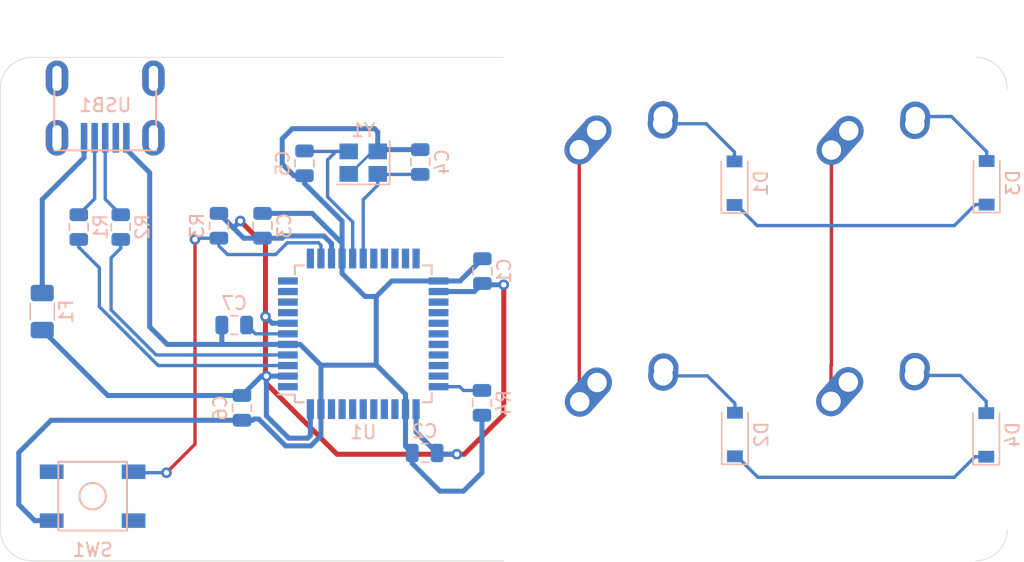
<source format=kicad_pcb>
(kicad_pcb (version 20171130) (host pcbnew "(5.1.4)-1")

  (general
    (thickness 1.6)
    (drawings 7)
    (tracks 191)
    (zones 0)
    (modules 24)
    (nets 45)
  )

  (page A4)
  (layers
    (0 F.Cu signal)
    (31 B.Cu signal)
    (32 B.Adhes user)
    (33 F.Adhes user)
    (34 B.Paste user)
    (35 F.Paste user)
    (36 B.SilkS user)
    (37 F.SilkS user)
    (38 B.Mask user)
    (39 F.Mask user)
    (40 Dwgs.User user)
    (41 Cmts.User user)
    (42 Eco1.User user)
    (43 Eco2.User user)
    (44 Edge.Cuts user)
    (45 Margin user)
    (46 B.CrtYd user)
    (47 F.CrtYd user)
    (48 B.Fab user)
    (49 F.Fab user)
  )

  (setup
    (last_trace_width 0.254)
    (trace_clearance 0.2)
    (zone_clearance 0.508)
    (zone_45_only no)
    (trace_min 0.2)
    (via_size 0.8)
    (via_drill 0.4)
    (via_min_size 0.4)
    (via_min_drill 0.3)
    (uvia_size 0.3)
    (uvia_drill 0.1)
    (uvias_allowed no)
    (uvia_min_size 0.2)
    (uvia_min_drill 0.1)
    (edge_width 0.05)
    (segment_width 0.2)
    (pcb_text_width 0.3)
    (pcb_text_size 1.5 1.5)
    (mod_edge_width 0.12)
    (mod_text_size 1 1)
    (mod_text_width 0.15)
    (pad_size 1.524 1.524)
    (pad_drill 0.762)
    (pad_to_mask_clearance 0.051)
    (solder_mask_min_width 0.25)
    (aux_axis_origin 0 0)
    (visible_elements FFFFFF7F)
    (pcbplotparams
      (layerselection 0x010fc_ffffffff)
      (usegerberextensions false)
      (usegerberattributes false)
      (usegerberadvancedattributes false)
      (creategerberjobfile false)
      (excludeedgelayer true)
      (linewidth 0.100000)
      (plotframeref false)
      (viasonmask false)
      (mode 1)
      (useauxorigin false)
      (hpglpennumber 1)
      (hpglpenspeed 20)
      (hpglpendiameter 15.000000)
      (psnegative false)
      (psa4output false)
      (plotreference true)
      (plotvalue true)
      (plotinvisibletext false)
      (padsonsilk false)
      (subtractmaskfromsilk false)
      (outputformat 1)
      (mirror false)
      (drillshape 1)
      (scaleselection 1)
      (outputdirectory ""))
  )

  (net 0 "")
  (net 1 GND)
  (net 2 +5V)
  (net 3 "Net-(C4-Pad1)")
  (net 4 "Net-(C5-Pad1)")
  (net 5 "Net-(C7-Pad1)")
  (net 6 "Net-(D1-Pad2)")
  (net 7 ROW0)
  (net 8 "Net-(D2-Pad2)")
  (net 9 ROW1)
  (net 10 "Net-(D3-Pad2)")
  (net 11 "Net-(D4-Pad2)")
  (net 12 VCC)
  (net 13 COL0)
  (net 14 COL1)
  (net 15 D-)
  (net 16 "Net-(R1-Pad1)")
  (net 17 D+)
  (net 18 "Net-(R2-Pad1)")
  (net 19 "Net-(R3-Pad2)")
  (net 20 "Net-(R4-Pad2)")
  (net 21 "Net-(U1-Pad42)")
  (net 22 "Net-(U1-Pad41)")
  (net 23 "Net-(U1-Pad40)")
  (net 24 "Net-(U1-Pad39)")
  (net 25 "Net-(U1-Pad38)")
  (net 26 "Net-(U1-Pad37)")
  (net 27 "Net-(U1-Pad36)")
  (net 28 "Net-(U1-Pad32)")
  (net 29 "Net-(U1-Pad31)")
  (net 30 "Net-(U1-Pad26)")
  (net 31 "Net-(U1-Pad25)")
  (net 32 "Net-(U1-Pad22)")
  (net 33 "Net-(U1-Pad21)")
  (net 34 "Net-(U1-Pad20)")
  (net 35 "Net-(U1-Pad19)")
  (net 36 "Net-(U1-Pad18)")
  (net 37 "Net-(U1-Pad12)")
  (net 38 "Net-(U1-Pad11)")
  (net 39 "Net-(U1-Pad10)")
  (net 40 "Net-(U1-Pad9)")
  (net 41 "Net-(U1-Pad8)")
  (net 42 "Net-(U1-Pad1)")
  (net 43 "Net-(USB1-Pad6)")
  (net 44 "Net-(USB1-Pad2)")

  (net_class Default "This is the default net class."
    (clearance 0.2)
    (trace_width 0.254)
    (via_dia 0.8)
    (via_drill 0.4)
    (uvia_dia 0.3)
    (uvia_drill 0.1)
    (add_net COL0)
    (add_net COL1)
    (add_net D+)
    (add_net D-)
    (add_net "Net-(C4-Pad1)")
    (add_net "Net-(C5-Pad1)")
    (add_net "Net-(C7-Pad1)")
    (add_net "Net-(D1-Pad2)")
    (add_net "Net-(D2-Pad2)")
    (add_net "Net-(D3-Pad2)")
    (add_net "Net-(D4-Pad2)")
    (add_net "Net-(R1-Pad1)")
    (add_net "Net-(R2-Pad1)")
    (add_net "Net-(R3-Pad2)")
    (add_net "Net-(R4-Pad2)")
    (add_net "Net-(U1-Pad1)")
    (add_net "Net-(U1-Pad10)")
    (add_net "Net-(U1-Pad11)")
    (add_net "Net-(U1-Pad12)")
    (add_net "Net-(U1-Pad18)")
    (add_net "Net-(U1-Pad19)")
    (add_net "Net-(U1-Pad20)")
    (add_net "Net-(U1-Pad21)")
    (add_net "Net-(U1-Pad22)")
    (add_net "Net-(U1-Pad25)")
    (add_net "Net-(U1-Pad26)")
    (add_net "Net-(U1-Pad31)")
    (add_net "Net-(U1-Pad32)")
    (add_net "Net-(U1-Pad36)")
    (add_net "Net-(U1-Pad37)")
    (add_net "Net-(U1-Pad38)")
    (add_net "Net-(U1-Pad39)")
    (add_net "Net-(U1-Pad40)")
    (add_net "Net-(U1-Pad41)")
    (add_net "Net-(U1-Pad42)")
    (add_net "Net-(U1-Pad8)")
    (add_net "Net-(U1-Pad9)")
    (add_net "Net-(USB1-Pad2)")
    (add_net "Net-(USB1-Pad6)")
    (add_net ROW0)
    (add_net ROW1)
  )

  (net_class Power ""
    (clearance 0.2)
    (trace_width 0.381)
    (via_dia 0.8)
    (via_drill 0.4)
    (uvia_dia 0.3)
    (uvia_drill 0.1)
    (add_net +5V)
    (add_net GND)
    (add_net VCC)
  )

  (module Crystal:Crystal_SMD_3225-4Pin_3.2x2.5mm (layer B.Cu) (tedit 5A0FD1B2) (tstamp 644BFD14)
    (at 139.35075 89.69375 180)
    (descr "SMD Crystal SERIES SMD3225/4 http://www.txccrystal.com/images/pdf/7m-accuracy.pdf, 3.2x2.5mm^2 package")
    (tags "SMD SMT crystal")
    (path /644CC6D4)
    (attr smd)
    (fp_text reference Y1 (at 0 2.45) (layer B.SilkS)
      (effects (font (size 1 1) (thickness 0.15)) (justify mirror))
    )
    (fp_text value 16MHz (at 0 -2.45) (layer B.Fab)
      (effects (font (size 1 1) (thickness 0.15)) (justify mirror))
    )
    (fp_line (start 2.1 1.7) (end -2.1 1.7) (layer B.CrtYd) (width 0.05))
    (fp_line (start 2.1 -1.7) (end 2.1 1.7) (layer B.CrtYd) (width 0.05))
    (fp_line (start -2.1 -1.7) (end 2.1 -1.7) (layer B.CrtYd) (width 0.05))
    (fp_line (start -2.1 1.7) (end -2.1 -1.7) (layer B.CrtYd) (width 0.05))
    (fp_line (start -2 -1.65) (end 2 -1.65) (layer B.SilkS) (width 0.12))
    (fp_line (start -2 1.65) (end -2 -1.65) (layer B.SilkS) (width 0.12))
    (fp_line (start -1.6 -0.25) (end -0.6 -1.25) (layer B.Fab) (width 0.1))
    (fp_line (start 1.6 1.25) (end -1.6 1.25) (layer B.Fab) (width 0.1))
    (fp_line (start 1.6 -1.25) (end 1.6 1.25) (layer B.Fab) (width 0.1))
    (fp_line (start -1.6 -1.25) (end 1.6 -1.25) (layer B.Fab) (width 0.1))
    (fp_line (start -1.6 1.25) (end -1.6 -1.25) (layer B.Fab) (width 0.1))
    (fp_text user %R (at 0 0) (layer B.Fab)
      (effects (font (size 0.7 0.7) (thickness 0.105)) (justify mirror))
    )
    (pad 4 smd rect (at -1.1 0.85 180) (size 1.4 1.2) (layers B.Cu B.Paste B.Mask)
      (net 1 GND))
    (pad 3 smd rect (at 1.1 0.85 180) (size 1.4 1.2) (layers B.Cu B.Paste B.Mask)
      (net 4 "Net-(C5-Pad1)"))
    (pad 2 smd rect (at 1.1 -0.85 180) (size 1.4 1.2) (layers B.Cu B.Paste B.Mask)
      (net 1 GND))
    (pad 1 smd rect (at -1.1 -0.85 180) (size 1.4 1.2) (layers B.Cu B.Paste B.Mask)
      (net 3 "Net-(C4-Pad1)"))
    (model ${KISYS3DMOD}/Crystal.3dshapes/Crystal_SMD_3225-4Pin_3.2x2.5mm.wrl
      (at (xyz 0 0 0))
      (scale (xyz 1 1 1))
      (rotate (xyz 0 0 0))
    )
  )

  (module random-keyboard-parts:Molex-0548190589 (layer B.Cu) (tedit 5C494815) (tstamp 644BF511)
    (at 119.8245 83.312 270)
    (path /644E671B)
    (attr smd)
    (fp_text reference USB1 (at 2.032 0) (layer B.SilkS)
      (effects (font (size 1 1) (thickness 0.15)) (justify mirror))
    )
    (fp_text value Molex-0548190589 (at -5.08 0) (layer Dwgs.User)
      (effects (font (size 1 1) (thickness 0.15)))
    )
    (fp_text user %R (at 2 0) (layer B.CrtYd)
      (effects (font (size 1 1) (thickness 0.15)) (justify mirror))
    )
    (fp_line (start 3.25 1.25) (end 5.5 1.25) (layer B.CrtYd) (width 0.15))
    (fp_line (start 5.5 0.5) (end 3.25 0.5) (layer B.CrtYd) (width 0.15))
    (fp_line (start 3.25 -0.5) (end 5.5 -0.5) (layer B.CrtYd) (width 0.15))
    (fp_line (start 5.5 -1.25) (end 3.25 -1.25) (layer B.CrtYd) (width 0.15))
    (fp_line (start 3.25 -2) (end 5.5 -2) (layer B.CrtYd) (width 0.15))
    (fp_line (start 3.25 2) (end 3.25 -2) (layer B.CrtYd) (width 0.15))
    (fp_line (start 5.5 2) (end 3.25 2) (layer B.CrtYd) (width 0.15))
    (fp_line (start -3.75 -3.75) (end -3.75 3.75) (layer B.CrtYd) (width 0.15))
    (fp_line (start 5.5 -3.75) (end -3.75 -3.75) (layer B.CrtYd) (width 0.15))
    (fp_line (start 5.5 3.75) (end 5.5 -3.75) (layer B.CrtYd) (width 0.15))
    (fp_line (start -3.75 3.75) (end 5.5 3.75) (layer B.CrtYd) (width 0.15))
    (fp_line (start 0 3.85) (end 5.45 3.85) (layer B.SilkS) (width 0.15))
    (fp_line (start 0 -3.85) (end 5.45 -3.85) (layer B.SilkS) (width 0.15))
    (fp_line (start 5.45 3.85) (end 5.45 -3.85) (layer B.SilkS) (width 0.15))
    (fp_line (start -3.75 3.85) (end 0 3.85) (layer Dwgs.User) (width 0.15))
    (fp_line (start -3.75 -3.85) (end 0 -3.85) (layer Dwgs.User) (width 0.15))
    (fp_line (start -1.75 4.572) (end -1.75 -4.572) (layer Dwgs.User) (width 0.15))
    (fp_line (start -3.75 3.85) (end -3.75 -3.85) (layer Dwgs.User) (width 0.15))
    (pad 6 thru_hole oval (at 0 3.65 270) (size 2.7 1.7) (drill oval 1.9 0.7) (layers *.Cu *.Mask)
      (net 43 "Net-(USB1-Pad6)"))
    (pad 6 thru_hole oval (at 0 -3.65 270) (size 2.7 1.7) (drill oval 1.9 0.7) (layers *.Cu *.Mask)
      (net 43 "Net-(USB1-Pad6)"))
    (pad 6 thru_hole oval (at 4.5 -3.65 270) (size 2.7 1.7) (drill oval 1.9 0.7) (layers *.Cu *.Mask)
      (net 43 "Net-(USB1-Pad6)"))
    (pad 6 thru_hole oval (at 4.5 3.65 270) (size 2.7 1.7) (drill oval 1.9 0.7) (layers *.Cu *.Mask)
      (net 43 "Net-(USB1-Pad6)"))
    (pad 5 smd rect (at 4.5 1.6 270) (size 2.25 0.5) (layers B.Cu B.Paste B.Mask)
      (net 12 VCC))
    (pad 4 smd rect (at 4.5 0.8 270) (size 2.25 0.5) (layers B.Cu B.Paste B.Mask)
      (net 15 D-))
    (pad 3 smd rect (at 4.5 0 270) (size 2.25 0.5) (layers B.Cu B.Paste B.Mask)
      (net 17 D+))
    (pad 2 smd rect (at 4.5 -0.8 270) (size 2.25 0.5) (layers B.Cu B.Paste B.Mask)
      (net 44 "Net-(USB1-Pad2)"))
    (pad 1 smd rect (at 4.5 -1.6 270) (size 2.25 0.5) (layers B.Cu B.Paste B.Mask)
      (net 1 GND))
  )

  (module Package_QFP:TQFP-44_10x10mm_P0.8mm (layer B.Cu) (tedit 5A02F146) (tstamp 644C1320)
    (at 139.35075 102.64775)
    (descr "44-Lead Plastic Thin Quad Flatpack (PT) - 10x10x1.0 mm Body [TQFP] (see Microchip Packaging Specification 00000049BS.pdf)")
    (tags "QFP 0.8")
    (path /644A80C6)
    (attr smd)
    (fp_text reference U1 (at 0 7.45) (layer B.SilkS)
      (effects (font (size 1 1) (thickness 0.15)) (justify mirror))
    )
    (fp_text value ATmega32U4-AU (at 0 -7.45) (layer B.Fab)
      (effects (font (size 1 1) (thickness 0.15)) (justify mirror))
    )
    (fp_line (start -5.175 4.6) (end -6.45 4.6) (layer B.SilkS) (width 0.15))
    (fp_line (start 5.175 5.175) (end 4.5 5.175) (layer B.SilkS) (width 0.15))
    (fp_line (start 5.175 -5.175) (end 4.5 -5.175) (layer B.SilkS) (width 0.15))
    (fp_line (start -5.175 -5.175) (end -4.5 -5.175) (layer B.SilkS) (width 0.15))
    (fp_line (start -5.175 5.175) (end -4.5 5.175) (layer B.SilkS) (width 0.15))
    (fp_line (start -5.175 -5.175) (end -5.175 -4.5) (layer B.SilkS) (width 0.15))
    (fp_line (start 5.175 -5.175) (end 5.175 -4.5) (layer B.SilkS) (width 0.15))
    (fp_line (start 5.175 5.175) (end 5.175 4.5) (layer B.SilkS) (width 0.15))
    (fp_line (start -5.175 5.175) (end -5.175 4.6) (layer B.SilkS) (width 0.15))
    (fp_line (start -6.7 -6.7) (end 6.7 -6.7) (layer B.CrtYd) (width 0.05))
    (fp_line (start -6.7 6.7) (end 6.7 6.7) (layer B.CrtYd) (width 0.05))
    (fp_line (start 6.7 6.7) (end 6.7 -6.7) (layer B.CrtYd) (width 0.05))
    (fp_line (start -6.7 6.7) (end -6.7 -6.7) (layer B.CrtYd) (width 0.05))
    (fp_line (start -5 4) (end -4 5) (layer B.Fab) (width 0.15))
    (fp_line (start -5 -5) (end -5 4) (layer B.Fab) (width 0.15))
    (fp_line (start 5 -5) (end -5 -5) (layer B.Fab) (width 0.15))
    (fp_line (start 5 5) (end 5 -5) (layer B.Fab) (width 0.15))
    (fp_line (start -4 5) (end 5 5) (layer B.Fab) (width 0.15))
    (fp_text user %R (at 0 0) (layer B.Fab)
      (effects (font (size 1 1) (thickness 0.15)) (justify mirror))
    )
    (pad 44 smd rect (at -4 5.7 270) (size 1.5 0.55) (layers B.Cu B.Paste B.Mask)
      (net 2 +5V))
    (pad 43 smd rect (at -3.2 5.7 270) (size 1.5 0.55) (layers B.Cu B.Paste B.Mask)
      (net 1 GND))
    (pad 42 smd rect (at -2.4 5.7 270) (size 1.5 0.55) (layers B.Cu B.Paste B.Mask)
      (net 21 "Net-(U1-Pad42)"))
    (pad 41 smd rect (at -1.6 5.7 270) (size 1.5 0.55) (layers B.Cu B.Paste B.Mask)
      (net 22 "Net-(U1-Pad41)"))
    (pad 40 smd rect (at -0.8 5.7 270) (size 1.5 0.55) (layers B.Cu B.Paste B.Mask)
      (net 23 "Net-(U1-Pad40)"))
    (pad 39 smd rect (at 0 5.7 270) (size 1.5 0.55) (layers B.Cu B.Paste B.Mask)
      (net 24 "Net-(U1-Pad39)"))
    (pad 38 smd rect (at 0.8 5.7 270) (size 1.5 0.55) (layers B.Cu B.Paste B.Mask)
      (net 25 "Net-(U1-Pad38)"))
    (pad 37 smd rect (at 1.6 5.7 270) (size 1.5 0.55) (layers B.Cu B.Paste B.Mask)
      (net 26 "Net-(U1-Pad37)"))
    (pad 36 smd rect (at 2.4 5.7 270) (size 1.5 0.55) (layers B.Cu B.Paste B.Mask)
      (net 27 "Net-(U1-Pad36)"))
    (pad 35 smd rect (at 3.2 5.7 270) (size 1.5 0.55) (layers B.Cu B.Paste B.Mask)
      (net 1 GND))
    (pad 34 smd rect (at 4 5.7 270) (size 1.5 0.55) (layers B.Cu B.Paste B.Mask)
      (net 2 +5V))
    (pad 33 smd rect (at 5.7 4) (size 1.5 0.55) (layers B.Cu B.Paste B.Mask)
      (net 20 "Net-(R4-Pad2)"))
    (pad 32 smd rect (at 5.7 3.2) (size 1.5 0.55) (layers B.Cu B.Paste B.Mask)
      (net 28 "Net-(U1-Pad32)"))
    (pad 31 smd rect (at 5.7 2.4) (size 1.5 0.55) (layers B.Cu B.Paste B.Mask)
      (net 29 "Net-(U1-Pad31)"))
    (pad 30 smd rect (at 5.7 1.6) (size 1.5 0.55) (layers B.Cu B.Paste B.Mask)
      (net 9 ROW1))
    (pad 29 smd rect (at 5.7 0.8) (size 1.5 0.55) (layers B.Cu B.Paste B.Mask)
      (net 13 COL0))
    (pad 28 smd rect (at 5.7 0) (size 1.5 0.55) (layers B.Cu B.Paste B.Mask)
      (net 14 COL1))
    (pad 27 smd rect (at 5.7 -0.8) (size 1.5 0.55) (layers B.Cu B.Paste B.Mask)
      (net 7 ROW0))
    (pad 26 smd rect (at 5.7 -1.6) (size 1.5 0.55) (layers B.Cu B.Paste B.Mask)
      (net 30 "Net-(U1-Pad26)"))
    (pad 25 smd rect (at 5.7 -2.4) (size 1.5 0.55) (layers B.Cu B.Paste B.Mask)
      (net 31 "Net-(U1-Pad25)"))
    (pad 24 smd rect (at 5.7 -3.2) (size 1.5 0.55) (layers B.Cu B.Paste B.Mask)
      (net 2 +5V))
    (pad 23 smd rect (at 5.7 -4) (size 1.5 0.55) (layers B.Cu B.Paste B.Mask)
      (net 1 GND))
    (pad 22 smd rect (at 4 -5.7 270) (size 1.5 0.55) (layers B.Cu B.Paste B.Mask)
      (net 32 "Net-(U1-Pad22)"))
    (pad 21 smd rect (at 3.2 -5.7 270) (size 1.5 0.55) (layers B.Cu B.Paste B.Mask)
      (net 33 "Net-(U1-Pad21)"))
    (pad 20 smd rect (at 2.4 -5.7 270) (size 1.5 0.55) (layers B.Cu B.Paste B.Mask)
      (net 34 "Net-(U1-Pad20)"))
    (pad 19 smd rect (at 1.6 -5.7 270) (size 1.5 0.55) (layers B.Cu B.Paste B.Mask)
      (net 35 "Net-(U1-Pad19)"))
    (pad 18 smd rect (at 0.8 -5.7 270) (size 1.5 0.55) (layers B.Cu B.Paste B.Mask)
      (net 36 "Net-(U1-Pad18)"))
    (pad 17 smd rect (at 0 -5.7 270) (size 1.5 0.55) (layers B.Cu B.Paste B.Mask)
      (net 3 "Net-(C4-Pad1)"))
    (pad 16 smd rect (at -0.8 -5.7 270) (size 1.5 0.55) (layers B.Cu B.Paste B.Mask)
      (net 4 "Net-(C5-Pad1)"))
    (pad 15 smd rect (at -1.6 -5.7 270) (size 1.5 0.55) (layers B.Cu B.Paste B.Mask)
      (net 1 GND))
    (pad 14 smd rect (at -2.4 -5.7 270) (size 1.5 0.55) (layers B.Cu B.Paste B.Mask)
      (net 2 +5V))
    (pad 13 smd rect (at -3.2 -5.7 270) (size 1.5 0.55) (layers B.Cu B.Paste B.Mask)
      (net 19 "Net-(R3-Pad2)"))
    (pad 12 smd rect (at -4 -5.7 270) (size 1.5 0.55) (layers B.Cu B.Paste B.Mask)
      (net 37 "Net-(U1-Pad12)"))
    (pad 11 smd rect (at -5.7 -4) (size 1.5 0.55) (layers B.Cu B.Paste B.Mask)
      (net 38 "Net-(U1-Pad11)"))
    (pad 10 smd rect (at -5.7 -3.2) (size 1.5 0.55) (layers B.Cu B.Paste B.Mask)
      (net 39 "Net-(U1-Pad10)"))
    (pad 9 smd rect (at -5.7 -2.4) (size 1.5 0.55) (layers B.Cu B.Paste B.Mask)
      (net 40 "Net-(U1-Pad9)"))
    (pad 8 smd rect (at -5.7 -1.6) (size 1.5 0.55) (layers B.Cu B.Paste B.Mask)
      (net 41 "Net-(U1-Pad8)"))
    (pad 7 smd rect (at -5.7 -0.8) (size 1.5 0.55) (layers B.Cu B.Paste B.Mask)
      (net 2 +5V))
    (pad 6 smd rect (at -5.7 0) (size 1.5 0.55) (layers B.Cu B.Paste B.Mask)
      (net 5 "Net-(C7-Pad1)"))
    (pad 5 smd rect (at -5.7 0.8) (size 1.5 0.55) (layers B.Cu B.Paste B.Mask)
      (net 1 GND))
    (pad 4 smd rect (at -5.7 1.6) (size 1.5 0.55) (layers B.Cu B.Paste B.Mask)
      (net 18 "Net-(R2-Pad1)"))
    (pad 3 smd rect (at -5.7 2.4) (size 1.5 0.55) (layers B.Cu B.Paste B.Mask)
      (net 16 "Net-(R1-Pad1)"))
    (pad 2 smd rect (at -5.7 3.2) (size 1.5 0.55) (layers B.Cu B.Paste B.Mask)
      (net 2 +5V))
    (pad 1 smd rect (at -5.7 4) (size 1.5 0.55) (layers B.Cu B.Paste B.Mask)
      (net 42 "Net-(U1-Pad1)"))
    (model ${KISYS3DMOD}/Package_QFP.3dshapes/TQFP-44_10x10mm_P0.8mm.wrl
      (at (xyz 0 0 0))
      (scale (xyz 1 1 1))
      (rotate (xyz 0 0 0))
    )
  )

  (module random-keyboard-parts:SKQG-1155865 (layer B.Cu) (tedit 5E62B398) (tstamp 644BF4AE)
    (at 118.872 114.935 180)
    (path /644DAE5E)
    (attr smd)
    (fp_text reference SW1 (at 0 -4.064) (layer B.SilkS)
      (effects (font (size 1 1) (thickness 0.15)) (justify mirror))
    )
    (fp_text value SW_Push (at 0 4.064) (layer B.Fab)
      (effects (font (size 1 1) (thickness 0.15)) (justify mirror))
    )
    (fp_line (start -2.6 2.6) (end 2.6 2.6) (layer B.SilkS) (width 0.15))
    (fp_line (start 2.6 2.6) (end 2.6 -2.6) (layer B.SilkS) (width 0.15))
    (fp_line (start 2.6 -2.6) (end -2.6 -2.6) (layer B.SilkS) (width 0.15))
    (fp_line (start -2.6 -2.6) (end -2.6 2.6) (layer B.SilkS) (width 0.15))
    (fp_circle (center 0 0) (end 1 0) (layer B.SilkS) (width 0.15))
    (fp_line (start -4.2 2.6) (end 4.2 2.6) (layer B.Fab) (width 0.15))
    (fp_line (start 4.2 2.6) (end 4.2 1.2) (layer B.Fab) (width 0.15))
    (fp_line (start 4.2 1.1) (end 2.6 1.1) (layer B.Fab) (width 0.15))
    (fp_line (start 2.6 1.1) (end 2.6 -1.1) (layer B.Fab) (width 0.15))
    (fp_line (start 2.6 -1.1) (end 4.2 -1.1) (layer B.Fab) (width 0.15))
    (fp_line (start 4.2 -1.1) (end 4.2 -2.6) (layer B.Fab) (width 0.15))
    (fp_line (start 4.2 -2.6) (end -4.2 -2.6) (layer B.Fab) (width 0.15))
    (fp_line (start -4.2 -2.6) (end -4.2 -1.1) (layer B.Fab) (width 0.15))
    (fp_line (start -4.2 -1.1) (end -2.6 -1.1) (layer B.Fab) (width 0.15))
    (fp_line (start -2.6 -1.1) (end -2.6 1.1) (layer B.Fab) (width 0.15))
    (fp_line (start -2.6 1.1) (end -4.2 1.1) (layer B.Fab) (width 0.15))
    (fp_line (start -4.2 1.1) (end -4.2 2.6) (layer B.Fab) (width 0.15))
    (fp_circle (center 0 0) (end 1 0) (layer B.Fab) (width 0.15))
    (fp_line (start -2.6 1.1) (end -1.1 2.6) (layer B.Fab) (width 0.15))
    (fp_line (start 2.6 1.1) (end 1.1 2.6) (layer B.Fab) (width 0.15))
    (fp_line (start 2.6 -1.1) (end 1.1 -2.6) (layer B.Fab) (width 0.15))
    (fp_line (start -2.6 -1.1) (end -1.1 -2.6) (layer B.Fab) (width 0.15))
    (pad 4 smd rect (at -3.1 -1.85 180) (size 1.8 1.1) (layers B.Cu B.Paste B.Mask))
    (pad 3 smd rect (at 3.1 1.85 180) (size 1.8 1.1) (layers B.Cu B.Paste B.Mask))
    (pad 2 smd rect (at -3.1 1.85 180) (size 1.8 1.1) (layers B.Cu B.Paste B.Mask)
      (net 19 "Net-(R3-Pad2)"))
    (pad 1 smd rect (at 3.1 -1.85 180) (size 1.8 1.1) (layers B.Cu B.Paste B.Mask)
      (net 1 GND))
    (model ${KISYS3DMOD}/Button_Switch_SMD.3dshapes/SW_SPST_TL3342.step
      (at (xyz 0 0 0))
      (scale (xyz 1 1 1))
      (rotate (xyz 0 0 0))
    )
  )

  (module Resistor_SMD:R_0805_2012Metric (layer B.Cu) (tedit 5B36C52B) (tstamp 644BF490)
    (at 148.336 107.8715 90)
    (descr "Resistor SMD 0805 (2012 Metric), square (rectangular) end terminal, IPC_7351 nominal, (Body size source: https://docs.google.com/spreadsheets/d/1BsfQQcO9C6DZCsRaXUlFlo91Tg2WpOkGARC1WS5S8t0/edit?usp=sharing), generated with kicad-footprint-generator")
    (tags resistor)
    (path /644B00BB)
    (attr smd)
    (fp_text reference R4 (at 0 1.65 90) (layer B.SilkS)
      (effects (font (size 1 1) (thickness 0.15)) (justify mirror))
    )
    (fp_text value 10k (at 0 -1.65 90) (layer B.Fab)
      (effects (font (size 1 1) (thickness 0.15)) (justify mirror))
    )
    (fp_text user %R (at 0 0 90) (layer B.Fab)
      (effects (font (size 0.5 0.5) (thickness 0.08)) (justify mirror))
    )
    (fp_line (start 1.68 -0.95) (end -1.68 -0.95) (layer B.CrtYd) (width 0.05))
    (fp_line (start 1.68 0.95) (end 1.68 -0.95) (layer B.CrtYd) (width 0.05))
    (fp_line (start -1.68 0.95) (end 1.68 0.95) (layer B.CrtYd) (width 0.05))
    (fp_line (start -1.68 -0.95) (end -1.68 0.95) (layer B.CrtYd) (width 0.05))
    (fp_line (start -0.258578 -0.71) (end 0.258578 -0.71) (layer B.SilkS) (width 0.12))
    (fp_line (start -0.258578 0.71) (end 0.258578 0.71) (layer B.SilkS) (width 0.12))
    (fp_line (start 1 -0.6) (end -1 -0.6) (layer B.Fab) (width 0.1))
    (fp_line (start 1 0.6) (end 1 -0.6) (layer B.Fab) (width 0.1))
    (fp_line (start -1 0.6) (end 1 0.6) (layer B.Fab) (width 0.1))
    (fp_line (start -1 -0.6) (end -1 0.6) (layer B.Fab) (width 0.1))
    (pad 2 smd roundrect (at 0.9375 0 90) (size 0.975 1.4) (layers B.Cu B.Paste B.Mask) (roundrect_rratio 0.25)
      (net 20 "Net-(R4-Pad2)"))
    (pad 1 smd roundrect (at -0.9375 0 90) (size 0.975 1.4) (layers B.Cu B.Paste B.Mask) (roundrect_rratio 0.25)
      (net 1 GND))
    (model ${KISYS3DMOD}/Resistor_SMD.3dshapes/R_0805_2012Metric.wrl
      (at (xyz 0 0 0))
      (scale (xyz 1 1 1))
      (rotate (xyz 0 0 0))
    )
  )

  (module Resistor_SMD:R_0805_2012Metric (layer B.Cu) (tedit 5B36C52B) (tstamp 644BF47F)
    (at 128.42875 94.47125 270)
    (descr "Resistor SMD 0805 (2012 Metric), square (rectangular) end terminal, IPC_7351 nominal, (Body size source: https://docs.google.com/spreadsheets/d/1BsfQQcO9C6DZCsRaXUlFlo91Tg2WpOkGARC1WS5S8t0/edit?usp=sharing), generated with kicad-footprint-generator")
    (tags resistor)
    (path /644DDD80)
    (attr smd)
    (fp_text reference R3 (at 0 1.65 90) (layer B.SilkS)
      (effects (font (size 1 1) (thickness 0.15)) (justify mirror))
    )
    (fp_text value 10k (at 0 -1.65 90) (layer B.Fab)
      (effects (font (size 1 1) (thickness 0.15)) (justify mirror))
    )
    (fp_text user %R (at 0 0 90) (layer B.Fab)
      (effects (font (size 0.5 0.5) (thickness 0.08)) (justify mirror))
    )
    (fp_line (start 1.68 -0.95) (end -1.68 -0.95) (layer B.CrtYd) (width 0.05))
    (fp_line (start 1.68 0.95) (end 1.68 -0.95) (layer B.CrtYd) (width 0.05))
    (fp_line (start -1.68 0.95) (end 1.68 0.95) (layer B.CrtYd) (width 0.05))
    (fp_line (start -1.68 -0.95) (end -1.68 0.95) (layer B.CrtYd) (width 0.05))
    (fp_line (start -0.258578 -0.71) (end 0.258578 -0.71) (layer B.SilkS) (width 0.12))
    (fp_line (start -0.258578 0.71) (end 0.258578 0.71) (layer B.SilkS) (width 0.12))
    (fp_line (start 1 -0.6) (end -1 -0.6) (layer B.Fab) (width 0.1))
    (fp_line (start 1 0.6) (end 1 -0.6) (layer B.Fab) (width 0.1))
    (fp_line (start -1 0.6) (end 1 0.6) (layer B.Fab) (width 0.1))
    (fp_line (start -1 -0.6) (end -1 0.6) (layer B.Fab) (width 0.1))
    (pad 2 smd roundrect (at 0.9375 0 270) (size 0.975 1.4) (layers B.Cu B.Paste B.Mask) (roundrect_rratio 0.25)
      (net 19 "Net-(R3-Pad2)"))
    (pad 1 smd roundrect (at -0.9375 0 270) (size 0.975 1.4) (layers B.Cu B.Paste B.Mask) (roundrect_rratio 0.25)
      (net 2 +5V))
    (model ${KISYS3DMOD}/Resistor_SMD.3dshapes/R_0805_2012Metric.wrl
      (at (xyz 0 0 0))
      (scale (xyz 1 1 1))
      (rotate (xyz 0 0 0))
    )
  )

  (module Resistor_SMD:R_0805_2012Metric (layer B.Cu) (tedit 5B36C52B) (tstamp 644BF46E)
    (at 120.99925 94.56825 90)
    (descr "Resistor SMD 0805 (2012 Metric), square (rectangular) end terminal, IPC_7351 nominal, (Body size source: https://docs.google.com/spreadsheets/d/1BsfQQcO9C6DZCsRaXUlFlo91Tg2WpOkGARC1WS5S8t0/edit?usp=sharing), generated with kicad-footprint-generator")
    (tags resistor)
    (path /644B709E)
    (attr smd)
    (fp_text reference R2 (at 0 1.65 90) (layer B.SilkS)
      (effects (font (size 1 1) (thickness 0.15)) (justify mirror))
    )
    (fp_text value 22 (at 0 -1.65 90) (layer B.Fab)
      (effects (font (size 1 1) (thickness 0.15)) (justify mirror))
    )
    (fp_text user %R (at 0 0 90) (layer B.Fab)
      (effects (font (size 0.5 0.5) (thickness 0.08)) (justify mirror))
    )
    (fp_line (start 1.68 -0.95) (end -1.68 -0.95) (layer B.CrtYd) (width 0.05))
    (fp_line (start 1.68 0.95) (end 1.68 -0.95) (layer B.CrtYd) (width 0.05))
    (fp_line (start -1.68 0.95) (end 1.68 0.95) (layer B.CrtYd) (width 0.05))
    (fp_line (start -1.68 -0.95) (end -1.68 0.95) (layer B.CrtYd) (width 0.05))
    (fp_line (start -0.258578 -0.71) (end 0.258578 -0.71) (layer B.SilkS) (width 0.12))
    (fp_line (start -0.258578 0.71) (end 0.258578 0.71) (layer B.SilkS) (width 0.12))
    (fp_line (start 1 -0.6) (end -1 -0.6) (layer B.Fab) (width 0.1))
    (fp_line (start 1 0.6) (end 1 -0.6) (layer B.Fab) (width 0.1))
    (fp_line (start -1 0.6) (end 1 0.6) (layer B.Fab) (width 0.1))
    (fp_line (start -1 -0.6) (end -1 0.6) (layer B.Fab) (width 0.1))
    (pad 2 smd roundrect (at 0.9375 0 90) (size 0.975 1.4) (layers B.Cu B.Paste B.Mask) (roundrect_rratio 0.25)
      (net 17 D+))
    (pad 1 smd roundrect (at -0.9375 0 90) (size 0.975 1.4) (layers B.Cu B.Paste B.Mask) (roundrect_rratio 0.25)
      (net 18 "Net-(R2-Pad1)"))
    (model ${KISYS3DMOD}/Resistor_SMD.3dshapes/R_0805_2012Metric.wrl
      (at (xyz 0 0 0))
      (scale (xyz 1 1 1))
      (rotate (xyz 0 0 0))
    )
  )

  (module Resistor_SMD:R_0805_2012Metric (layer B.Cu) (tedit 5B36C52B) (tstamp 644BF45D)
    (at 117.82425 94.56825 90)
    (descr "Resistor SMD 0805 (2012 Metric), square (rectangular) end terminal, IPC_7351 nominal, (Body size source: https://docs.google.com/spreadsheets/d/1BsfQQcO9C6DZCsRaXUlFlo91Tg2WpOkGARC1WS5S8t0/edit?usp=sharing), generated with kicad-footprint-generator")
    (tags resistor)
    (path /644B8567)
    (attr smd)
    (fp_text reference R1 (at 0 1.65 90) (layer B.SilkS)
      (effects (font (size 1 1) (thickness 0.15)) (justify mirror))
    )
    (fp_text value 22 (at 0 -1.65 90) (layer B.Fab)
      (effects (font (size 1 1) (thickness 0.15)) (justify mirror))
    )
    (fp_text user %R (at 0 0 90) (layer B.Fab)
      (effects (font (size 0.5 0.5) (thickness 0.08)) (justify mirror))
    )
    (fp_line (start 1.68 -0.95) (end -1.68 -0.95) (layer B.CrtYd) (width 0.05))
    (fp_line (start 1.68 0.95) (end 1.68 -0.95) (layer B.CrtYd) (width 0.05))
    (fp_line (start -1.68 0.95) (end 1.68 0.95) (layer B.CrtYd) (width 0.05))
    (fp_line (start -1.68 -0.95) (end -1.68 0.95) (layer B.CrtYd) (width 0.05))
    (fp_line (start -0.258578 -0.71) (end 0.258578 -0.71) (layer B.SilkS) (width 0.12))
    (fp_line (start -0.258578 0.71) (end 0.258578 0.71) (layer B.SilkS) (width 0.12))
    (fp_line (start 1 -0.6) (end -1 -0.6) (layer B.Fab) (width 0.1))
    (fp_line (start 1 0.6) (end 1 -0.6) (layer B.Fab) (width 0.1))
    (fp_line (start -1 0.6) (end 1 0.6) (layer B.Fab) (width 0.1))
    (fp_line (start -1 -0.6) (end -1 0.6) (layer B.Fab) (width 0.1))
    (pad 2 smd roundrect (at 0.9375 0 90) (size 0.975 1.4) (layers B.Cu B.Paste B.Mask) (roundrect_rratio 0.25)
      (net 15 D-))
    (pad 1 smd roundrect (at -0.9375 0 90) (size 0.975 1.4) (layers B.Cu B.Paste B.Mask) (roundrect_rratio 0.25)
      (net 16 "Net-(R1-Pad1)"))
    (model ${KISYS3DMOD}/Resistor_SMD.3dshapes/R_0805_2012Metric.wrl
      (at (xyz 0 0 0))
      (scale (xyz 1 1 1))
      (rotate (xyz 0 0 0))
    )
  )

  (module MX_Alps_Hybrid:MX-1U-NoLED (layer F.Cu) (tedit 5A9F5203) (tstamp 644BF44C)
    (at 178.562 110.2995)
    (path /64506C15)
    (fp_text reference MX4 (at 0 3.175) (layer Dwgs.User)
      (effects (font (size 1 1) (thickness 0.15)))
    )
    (fp_text value MX-NoLED (at 0 -7.9375) (layer Dwgs.User)
      (effects (font (size 1 1) (thickness 0.15)))
    )
    (fp_line (start -9.525 9.525) (end -9.525 -9.525) (layer Dwgs.User) (width 0.15))
    (fp_line (start 9.525 9.525) (end -9.525 9.525) (layer Dwgs.User) (width 0.15))
    (fp_line (start 9.525 -9.525) (end 9.525 9.525) (layer Dwgs.User) (width 0.15))
    (fp_line (start -9.525 -9.525) (end 9.525 -9.525) (layer Dwgs.User) (width 0.15))
    (fp_line (start -7 -7) (end -7 -5) (layer Dwgs.User) (width 0.15))
    (fp_line (start -5 -7) (end -7 -7) (layer Dwgs.User) (width 0.15))
    (fp_line (start -7 7) (end -5 7) (layer Dwgs.User) (width 0.15))
    (fp_line (start -7 5) (end -7 7) (layer Dwgs.User) (width 0.15))
    (fp_line (start 7 7) (end 7 5) (layer Dwgs.User) (width 0.15))
    (fp_line (start 5 7) (end 7 7) (layer Dwgs.User) (width 0.15))
    (fp_line (start 7 -7) (end 7 -5) (layer Dwgs.User) (width 0.15))
    (fp_line (start 5 -7) (end 7 -7) (layer Dwgs.User) (width 0.15))
    (pad "" np_thru_hole circle (at 5.08 0 48.0996) (size 1.75 1.75) (drill 1.75) (layers *.Cu *.Mask))
    (pad "" np_thru_hole circle (at -5.08 0 48.0996) (size 1.75 1.75) (drill 1.75) (layers *.Cu *.Mask))
    (pad 1 thru_hole circle (at -2.5 -4) (size 2.25 2.25) (drill 1.47) (layers *.Cu B.Mask)
      (net 14 COL1))
    (pad "" np_thru_hole circle (at 0 0) (size 3.9878 3.9878) (drill 3.9878) (layers *.Cu *.Mask))
    (pad 1 thru_hole oval (at -3.81 -2.54 48.0996) (size 4.211556 2.25) (drill 1.47 (offset 0.980778 0)) (layers *.Cu B.Mask)
      (net 14 COL1))
    (pad 2 thru_hole circle (at 2.54 -5.08) (size 2.25 2.25) (drill 1.47) (layers *.Cu B.Mask)
      (net 11 "Net-(D4-Pad2)"))
    (pad 2 thru_hole oval (at 2.5 -4.5 86.0548) (size 2.831378 2.25) (drill 1.47 (offset 0.290689 0)) (layers *.Cu B.Mask)
      (net 11 "Net-(D4-Pad2)"))
  )

  (module MX_Alps_Hybrid:MX-1U-NoLED (layer F.Cu) (tedit 5A9F5203) (tstamp 644BF435)
    (at 178.59375 91.28125)
    (path /644FF157)
    (fp_text reference MX3 (at 0 3.175) (layer Dwgs.User)
      (effects (font (size 1 1) (thickness 0.15)))
    )
    (fp_text value MX-NoLED (at 0 -7.9375) (layer Dwgs.User)
      (effects (font (size 1 1) (thickness 0.15)))
    )
    (fp_line (start -9.525 9.525) (end -9.525 -9.525) (layer Dwgs.User) (width 0.15))
    (fp_line (start 9.525 9.525) (end -9.525 9.525) (layer Dwgs.User) (width 0.15))
    (fp_line (start 9.525 -9.525) (end 9.525 9.525) (layer Dwgs.User) (width 0.15))
    (fp_line (start -9.525 -9.525) (end 9.525 -9.525) (layer Dwgs.User) (width 0.15))
    (fp_line (start -7 -7) (end -7 -5) (layer Dwgs.User) (width 0.15))
    (fp_line (start -5 -7) (end -7 -7) (layer Dwgs.User) (width 0.15))
    (fp_line (start -7 7) (end -5 7) (layer Dwgs.User) (width 0.15))
    (fp_line (start -7 5) (end -7 7) (layer Dwgs.User) (width 0.15))
    (fp_line (start 7 7) (end 7 5) (layer Dwgs.User) (width 0.15))
    (fp_line (start 5 7) (end 7 7) (layer Dwgs.User) (width 0.15))
    (fp_line (start 7 -7) (end 7 -5) (layer Dwgs.User) (width 0.15))
    (fp_line (start 5 -7) (end 7 -7) (layer Dwgs.User) (width 0.15))
    (pad "" np_thru_hole circle (at 5.08 0 48.0996) (size 1.75 1.75) (drill 1.75) (layers *.Cu *.Mask))
    (pad "" np_thru_hole circle (at -5.08 0 48.0996) (size 1.75 1.75) (drill 1.75) (layers *.Cu *.Mask))
    (pad 1 thru_hole circle (at -2.5 -4) (size 2.25 2.25) (drill 1.47) (layers *.Cu B.Mask)
      (net 14 COL1))
    (pad "" np_thru_hole circle (at 0 0) (size 3.9878 3.9878) (drill 3.9878) (layers *.Cu *.Mask))
    (pad 1 thru_hole oval (at -3.81 -2.54 48.0996) (size 4.211556 2.25) (drill 1.47 (offset 0.980778 0)) (layers *.Cu B.Mask)
      (net 14 COL1))
    (pad 2 thru_hole circle (at 2.54 -5.08) (size 2.25 2.25) (drill 1.47) (layers *.Cu B.Mask)
      (net 10 "Net-(D3-Pad2)"))
    (pad 2 thru_hole oval (at 2.5 -4.5 86.0548) (size 2.831378 2.25) (drill 1.47 (offset 0.290689 0)) (layers *.Cu B.Mask)
      (net 10 "Net-(D3-Pad2)"))
  )

  (module MX_Alps_Hybrid:MX-1U-NoLED (layer F.Cu) (tedit 5A9F5203) (tstamp 644BF41E)
    (at 159.54375 110.33125)
    (path /64505E81)
    (fp_text reference MX2 (at 0 3.175) (layer Dwgs.User)
      (effects (font (size 1 1) (thickness 0.15)))
    )
    (fp_text value MX-NoLED (at 0 -7.9375) (layer Dwgs.User)
      (effects (font (size 1 1) (thickness 0.15)))
    )
    (fp_line (start -9.525 9.525) (end -9.525 -9.525) (layer Dwgs.User) (width 0.15))
    (fp_line (start 9.525 9.525) (end -9.525 9.525) (layer Dwgs.User) (width 0.15))
    (fp_line (start 9.525 -9.525) (end 9.525 9.525) (layer Dwgs.User) (width 0.15))
    (fp_line (start -9.525 -9.525) (end 9.525 -9.525) (layer Dwgs.User) (width 0.15))
    (fp_line (start -7 -7) (end -7 -5) (layer Dwgs.User) (width 0.15))
    (fp_line (start -5 -7) (end -7 -7) (layer Dwgs.User) (width 0.15))
    (fp_line (start -7 7) (end -5 7) (layer Dwgs.User) (width 0.15))
    (fp_line (start -7 5) (end -7 7) (layer Dwgs.User) (width 0.15))
    (fp_line (start 7 7) (end 7 5) (layer Dwgs.User) (width 0.15))
    (fp_line (start 5 7) (end 7 7) (layer Dwgs.User) (width 0.15))
    (fp_line (start 7 -7) (end 7 -5) (layer Dwgs.User) (width 0.15))
    (fp_line (start 5 -7) (end 7 -7) (layer Dwgs.User) (width 0.15))
    (pad "" np_thru_hole circle (at 5.08 0 48.0996) (size 1.75 1.75) (drill 1.75) (layers *.Cu *.Mask))
    (pad "" np_thru_hole circle (at -5.08 0 48.0996) (size 1.75 1.75) (drill 1.75) (layers *.Cu *.Mask))
    (pad 1 thru_hole circle (at -2.5 -4) (size 2.25 2.25) (drill 1.47) (layers *.Cu B.Mask)
      (net 13 COL0))
    (pad "" np_thru_hole circle (at 0 0) (size 3.9878 3.9878) (drill 3.9878) (layers *.Cu *.Mask))
    (pad 1 thru_hole oval (at -3.81 -2.54 48.0996) (size 4.211556 2.25) (drill 1.47 (offset 0.980778 0)) (layers *.Cu B.Mask)
      (net 13 COL0))
    (pad 2 thru_hole circle (at 2.54 -5.08) (size 2.25 2.25) (drill 1.47) (layers *.Cu B.Mask)
      (net 8 "Net-(D2-Pad2)"))
    (pad 2 thru_hole oval (at 2.5 -4.5 86.0548) (size 2.831378 2.25) (drill 1.47 (offset 0.290689 0)) (layers *.Cu B.Mask)
      (net 8 "Net-(D2-Pad2)"))
  )

  (module MX_Alps_Hybrid:MX-1U-NoLED (layer F.Cu) (tedit 5A9F5203) (tstamp 644BF407)
    (at 159.512 91.2495)
    (path /644F3A12)
    (fp_text reference MX1 (at 0 3.175) (layer Dwgs.User)
      (effects (font (size 1 1) (thickness 0.15)))
    )
    (fp_text value MX-NoLED (at 0 -7.9375) (layer Dwgs.User)
      (effects (font (size 1 1) (thickness 0.15)))
    )
    (fp_line (start -9.525 9.525) (end -9.525 -9.525) (layer Dwgs.User) (width 0.15))
    (fp_line (start 9.525 9.525) (end -9.525 9.525) (layer Dwgs.User) (width 0.15))
    (fp_line (start 9.525 -9.525) (end 9.525 9.525) (layer Dwgs.User) (width 0.15))
    (fp_line (start -9.525 -9.525) (end 9.525 -9.525) (layer Dwgs.User) (width 0.15))
    (fp_line (start -7 -7) (end -7 -5) (layer Dwgs.User) (width 0.15))
    (fp_line (start -5 -7) (end -7 -7) (layer Dwgs.User) (width 0.15))
    (fp_line (start -7 7) (end -5 7) (layer Dwgs.User) (width 0.15))
    (fp_line (start -7 5) (end -7 7) (layer Dwgs.User) (width 0.15))
    (fp_line (start 7 7) (end 7 5) (layer Dwgs.User) (width 0.15))
    (fp_line (start 5 7) (end 7 7) (layer Dwgs.User) (width 0.15))
    (fp_line (start 7 -7) (end 7 -5) (layer Dwgs.User) (width 0.15))
    (fp_line (start 5 -7) (end 7 -7) (layer Dwgs.User) (width 0.15))
    (pad "" np_thru_hole circle (at 5.08 0 48.0996) (size 1.75 1.75) (drill 1.75) (layers *.Cu *.Mask))
    (pad "" np_thru_hole circle (at -5.08 0 48.0996) (size 1.75 1.75) (drill 1.75) (layers *.Cu *.Mask))
    (pad 1 thru_hole circle (at -2.5 -4) (size 2.25 2.25) (drill 1.47) (layers *.Cu B.Mask)
      (net 13 COL0))
    (pad "" np_thru_hole circle (at 0 0) (size 3.9878 3.9878) (drill 3.9878) (layers *.Cu *.Mask))
    (pad 1 thru_hole oval (at -3.81 -2.54 48.0996) (size 4.211556 2.25) (drill 1.47 (offset 0.980778 0)) (layers *.Cu B.Mask)
      (net 13 COL0))
    (pad 2 thru_hole circle (at 2.54 -5.08) (size 2.25 2.25) (drill 1.47) (layers *.Cu B.Mask)
      (net 6 "Net-(D1-Pad2)"))
    (pad 2 thru_hole oval (at 2.5 -4.5 86.0548) (size 2.831378 2.25) (drill 1.47 (offset 0.290689 0)) (layers *.Cu B.Mask)
      (net 6 "Net-(D1-Pad2)"))
  )

  (module Fuse:Fuse_1206_3216Metric (layer B.Cu) (tedit 5B301BBE) (tstamp 644BF3F0)
    (at 115.062 100.962 90)
    (descr "Fuse SMD 1206 (3216 Metric), square (rectangular) end terminal, IPC_7351 nominal, (Body size source: http://www.tortai-tech.com/upload/download/2011102023233369053.pdf), generated with kicad-footprint-generator")
    (tags resistor)
    (path /644E850E)
    (attr smd)
    (fp_text reference F1 (at 0 1.82 90) (layer B.SilkS)
      (effects (font (size 1 1) (thickness 0.15)) (justify mirror))
    )
    (fp_text value 500mA (at 0 -1.82 90) (layer B.Fab)
      (effects (font (size 1 1) (thickness 0.15)) (justify mirror))
    )
    (fp_text user %R (at 0 0 90) (layer B.Fab)
      (effects (font (size 0.8 0.8) (thickness 0.12)) (justify mirror))
    )
    (fp_line (start 2.28 -1.12) (end -2.28 -1.12) (layer B.CrtYd) (width 0.05))
    (fp_line (start 2.28 1.12) (end 2.28 -1.12) (layer B.CrtYd) (width 0.05))
    (fp_line (start -2.28 1.12) (end 2.28 1.12) (layer B.CrtYd) (width 0.05))
    (fp_line (start -2.28 -1.12) (end -2.28 1.12) (layer B.CrtYd) (width 0.05))
    (fp_line (start -0.602064 -0.91) (end 0.602064 -0.91) (layer B.SilkS) (width 0.12))
    (fp_line (start -0.602064 0.91) (end 0.602064 0.91) (layer B.SilkS) (width 0.12))
    (fp_line (start 1.6 -0.8) (end -1.6 -0.8) (layer B.Fab) (width 0.1))
    (fp_line (start 1.6 0.8) (end 1.6 -0.8) (layer B.Fab) (width 0.1))
    (fp_line (start -1.6 0.8) (end 1.6 0.8) (layer B.Fab) (width 0.1))
    (fp_line (start -1.6 -0.8) (end -1.6 0.8) (layer B.Fab) (width 0.1))
    (pad 2 smd roundrect (at 1.4 0 90) (size 1.25 1.75) (layers B.Cu B.Paste B.Mask) (roundrect_rratio 0.2)
      (net 12 VCC))
    (pad 1 smd roundrect (at -1.4 0 90) (size 1.25 1.75) (layers B.Cu B.Paste B.Mask) (roundrect_rratio 0.2)
      (net 2 +5V))
    (model ${KISYS3DMOD}/Fuse.3dshapes/Fuse_1206_3216Metric.wrl
      (at (xyz 0 0 0))
      (scale (xyz 1 1 1))
      (rotate (xyz 0 0 0))
    )
  )

  (module Diode_SMD:D_SOD-123 (layer B.Cu) (tedit 58645DC7) (tstamp 644BF3DF)
    (at 186.4995 110.2995 90)
    (descr SOD-123)
    (tags SOD-123)
    (path /64507DF6)
    (attr smd)
    (fp_text reference D4 (at 0 2 90) (layer B.SilkS)
      (effects (font (size 1 1) (thickness 0.15)) (justify mirror))
    )
    (fp_text value SOD-123 (at 0 -2.1 90) (layer B.Fab)
      (effects (font (size 1 1) (thickness 0.15)) (justify mirror))
    )
    (fp_line (start -2.25 1) (end 1.65 1) (layer B.SilkS) (width 0.12))
    (fp_line (start -2.25 -1) (end 1.65 -1) (layer B.SilkS) (width 0.12))
    (fp_line (start -2.35 1.15) (end -2.35 -1.15) (layer B.CrtYd) (width 0.05))
    (fp_line (start 2.35 -1.15) (end -2.35 -1.15) (layer B.CrtYd) (width 0.05))
    (fp_line (start 2.35 1.15) (end 2.35 -1.15) (layer B.CrtYd) (width 0.05))
    (fp_line (start -2.35 1.15) (end 2.35 1.15) (layer B.CrtYd) (width 0.05))
    (fp_line (start -1.4 0.9) (end 1.4 0.9) (layer B.Fab) (width 0.1))
    (fp_line (start 1.4 0.9) (end 1.4 -0.9) (layer B.Fab) (width 0.1))
    (fp_line (start 1.4 -0.9) (end -1.4 -0.9) (layer B.Fab) (width 0.1))
    (fp_line (start -1.4 -0.9) (end -1.4 0.9) (layer B.Fab) (width 0.1))
    (fp_line (start -0.75 0) (end -0.35 0) (layer B.Fab) (width 0.1))
    (fp_line (start -0.35 0) (end -0.35 0.55) (layer B.Fab) (width 0.1))
    (fp_line (start -0.35 0) (end -0.35 -0.55) (layer B.Fab) (width 0.1))
    (fp_line (start -0.35 0) (end 0.25 0.4) (layer B.Fab) (width 0.1))
    (fp_line (start 0.25 0.4) (end 0.25 -0.4) (layer B.Fab) (width 0.1))
    (fp_line (start 0.25 -0.4) (end -0.35 0) (layer B.Fab) (width 0.1))
    (fp_line (start 0.25 0) (end 0.75 0) (layer B.Fab) (width 0.1))
    (fp_line (start -2.25 1) (end -2.25 -1) (layer B.SilkS) (width 0.12))
    (fp_text user %R (at 0 2 90) (layer B.Fab)
      (effects (font (size 1 1) (thickness 0.15)) (justify mirror))
    )
    (pad 2 smd rect (at 1.65 0 90) (size 0.9 1.2) (layers B.Cu B.Paste B.Mask)
      (net 11 "Net-(D4-Pad2)"))
    (pad 1 smd rect (at -1.65 0 90) (size 0.9 1.2) (layers B.Cu B.Paste B.Mask)
      (net 9 ROW1))
    (model ${KISYS3DMOD}/Diode_SMD.3dshapes/D_SOD-123.wrl
      (at (xyz 0 0 0))
      (scale (xyz 1 1 1))
      (rotate (xyz 0 0 0))
    )
  )

  (module Diode_SMD:D_SOD-123 (layer B.Cu) (tedit 58645DC7) (tstamp 644BF3C6)
    (at 186.53125 91.21875 90)
    (descr SOD-123)
    (tags SOD-123)
    (path /644FF6B7)
    (attr smd)
    (fp_text reference D3 (at 0 2 90) (layer B.SilkS)
      (effects (font (size 1 1) (thickness 0.15)) (justify mirror))
    )
    (fp_text value SOD-123 (at 0 -2.1 90) (layer B.Fab)
      (effects (font (size 1 1) (thickness 0.15)) (justify mirror))
    )
    (fp_line (start -2.25 1) (end 1.65 1) (layer B.SilkS) (width 0.12))
    (fp_line (start -2.25 -1) (end 1.65 -1) (layer B.SilkS) (width 0.12))
    (fp_line (start -2.35 1.15) (end -2.35 -1.15) (layer B.CrtYd) (width 0.05))
    (fp_line (start 2.35 -1.15) (end -2.35 -1.15) (layer B.CrtYd) (width 0.05))
    (fp_line (start 2.35 1.15) (end 2.35 -1.15) (layer B.CrtYd) (width 0.05))
    (fp_line (start -2.35 1.15) (end 2.35 1.15) (layer B.CrtYd) (width 0.05))
    (fp_line (start -1.4 0.9) (end 1.4 0.9) (layer B.Fab) (width 0.1))
    (fp_line (start 1.4 0.9) (end 1.4 -0.9) (layer B.Fab) (width 0.1))
    (fp_line (start 1.4 -0.9) (end -1.4 -0.9) (layer B.Fab) (width 0.1))
    (fp_line (start -1.4 -0.9) (end -1.4 0.9) (layer B.Fab) (width 0.1))
    (fp_line (start -0.75 0) (end -0.35 0) (layer B.Fab) (width 0.1))
    (fp_line (start -0.35 0) (end -0.35 0.55) (layer B.Fab) (width 0.1))
    (fp_line (start -0.35 0) (end -0.35 -0.55) (layer B.Fab) (width 0.1))
    (fp_line (start -0.35 0) (end 0.25 0.4) (layer B.Fab) (width 0.1))
    (fp_line (start 0.25 0.4) (end 0.25 -0.4) (layer B.Fab) (width 0.1))
    (fp_line (start 0.25 -0.4) (end -0.35 0) (layer B.Fab) (width 0.1))
    (fp_line (start 0.25 0) (end 0.75 0) (layer B.Fab) (width 0.1))
    (fp_line (start -2.25 1) (end -2.25 -1) (layer B.SilkS) (width 0.12))
    (fp_text user %R (at 0 2 90) (layer B.Fab)
      (effects (font (size 1 1) (thickness 0.15)) (justify mirror))
    )
    (pad 2 smd rect (at 1.65 0 90) (size 0.9 1.2) (layers B.Cu B.Paste B.Mask)
      (net 10 "Net-(D3-Pad2)"))
    (pad 1 smd rect (at -1.65 0 90) (size 0.9 1.2) (layers B.Cu B.Paste B.Mask)
      (net 7 ROW0))
    (model ${KISYS3DMOD}/Diode_SMD.3dshapes/D_SOD-123.wrl
      (at (xyz 0 0 0))
      (scale (xyz 1 1 1))
      (rotate (xyz 0 0 0))
    )
  )

  (module Diode_SMD:D_SOD-123 (layer B.Cu) (tedit 58645DC7) (tstamp 644C1C5A)
    (at 167.48125 110.26875 90)
    (descr SOD-123)
    (tags SOD-123)
    (path /64507355)
    (attr smd)
    (fp_text reference D2 (at 0 2 90) (layer B.SilkS)
      (effects (font (size 1 1) (thickness 0.15)) (justify mirror))
    )
    (fp_text value SOD-123 (at 0 -2.1 90) (layer B.Fab)
      (effects (font (size 1 1) (thickness 0.15)) (justify mirror))
    )
    (fp_line (start -2.25 1) (end 1.65 1) (layer B.SilkS) (width 0.12))
    (fp_line (start -2.25 -1) (end 1.65 -1) (layer B.SilkS) (width 0.12))
    (fp_line (start -2.35 1.15) (end -2.35 -1.15) (layer B.CrtYd) (width 0.05))
    (fp_line (start 2.35 -1.15) (end -2.35 -1.15) (layer B.CrtYd) (width 0.05))
    (fp_line (start 2.35 1.15) (end 2.35 -1.15) (layer B.CrtYd) (width 0.05))
    (fp_line (start -2.35 1.15) (end 2.35 1.15) (layer B.CrtYd) (width 0.05))
    (fp_line (start -1.4 0.9) (end 1.4 0.9) (layer B.Fab) (width 0.1))
    (fp_line (start 1.4 0.9) (end 1.4 -0.9) (layer B.Fab) (width 0.1))
    (fp_line (start 1.4 -0.9) (end -1.4 -0.9) (layer B.Fab) (width 0.1))
    (fp_line (start -1.4 -0.9) (end -1.4 0.9) (layer B.Fab) (width 0.1))
    (fp_line (start -0.75 0) (end -0.35 0) (layer B.Fab) (width 0.1))
    (fp_line (start -0.35 0) (end -0.35 0.55) (layer B.Fab) (width 0.1))
    (fp_line (start -0.35 0) (end -0.35 -0.55) (layer B.Fab) (width 0.1))
    (fp_line (start -0.35 0) (end 0.25 0.4) (layer B.Fab) (width 0.1))
    (fp_line (start 0.25 0.4) (end 0.25 -0.4) (layer B.Fab) (width 0.1))
    (fp_line (start 0.25 -0.4) (end -0.35 0) (layer B.Fab) (width 0.1))
    (fp_line (start 0.25 0) (end 0.75 0) (layer B.Fab) (width 0.1))
    (fp_line (start -2.25 1) (end -2.25 -1) (layer B.SilkS) (width 0.12))
    (fp_text user %R (at 0 2 90) (layer B.Fab)
      (effects (font (size 1 1) (thickness 0.15)) (justify mirror))
    )
    (pad 2 smd rect (at 1.65 0 90) (size 0.9 1.2) (layers B.Cu B.Paste B.Mask)
      (net 8 "Net-(D2-Pad2)"))
    (pad 1 smd rect (at -1.65 0 90) (size 0.9 1.2) (layers B.Cu B.Paste B.Mask)
      (net 9 ROW1))
    (model ${KISYS3DMOD}/Diode_SMD.3dshapes/D_SOD-123.wrl
      (at (xyz 0 0 0))
      (scale (xyz 1 1 1))
      (rotate (xyz 0 0 0))
    )
  )

  (module Diode_SMD:D_SOD-123 (layer B.Cu) (tedit 58645DC7) (tstamp 644BF8CA)
    (at 167.4495 91.2495 90)
    (descr SOD-123)
    (tags SOD-123)
    (path /644F5BCE)
    (attr smd)
    (fp_text reference D1 (at 0 2 90) (layer B.SilkS)
      (effects (font (size 1 1) (thickness 0.15)) (justify mirror))
    )
    (fp_text value SOD-123 (at 0 -2.1 90) (layer B.Fab)
      (effects (font (size 1 1) (thickness 0.15)) (justify mirror))
    )
    (fp_line (start -2.25 1) (end 1.65 1) (layer B.SilkS) (width 0.12))
    (fp_line (start -2.25 -1) (end 1.65 -1) (layer B.SilkS) (width 0.12))
    (fp_line (start -2.35 1.15) (end -2.35 -1.15) (layer B.CrtYd) (width 0.05))
    (fp_line (start 2.35 -1.15) (end -2.35 -1.15) (layer B.CrtYd) (width 0.05))
    (fp_line (start 2.35 1.15) (end 2.35 -1.15) (layer B.CrtYd) (width 0.05))
    (fp_line (start -2.35 1.15) (end 2.35 1.15) (layer B.CrtYd) (width 0.05))
    (fp_line (start -1.4 0.9) (end 1.4 0.9) (layer B.Fab) (width 0.1))
    (fp_line (start 1.4 0.9) (end 1.4 -0.9) (layer B.Fab) (width 0.1))
    (fp_line (start 1.4 -0.9) (end -1.4 -0.9) (layer B.Fab) (width 0.1))
    (fp_line (start -1.4 -0.9) (end -1.4 0.9) (layer B.Fab) (width 0.1))
    (fp_line (start -0.75 0) (end -0.35 0) (layer B.Fab) (width 0.1))
    (fp_line (start -0.35 0) (end -0.35 0.55) (layer B.Fab) (width 0.1))
    (fp_line (start -0.35 0) (end -0.35 -0.55) (layer B.Fab) (width 0.1))
    (fp_line (start -0.35 0) (end 0.25 0.4) (layer B.Fab) (width 0.1))
    (fp_line (start 0.25 0.4) (end 0.25 -0.4) (layer B.Fab) (width 0.1))
    (fp_line (start 0.25 -0.4) (end -0.35 0) (layer B.Fab) (width 0.1))
    (fp_line (start 0.25 0) (end 0.75 0) (layer B.Fab) (width 0.1))
    (fp_line (start -2.25 1) (end -2.25 -1) (layer B.SilkS) (width 0.12))
    (fp_text user %R (at 0 2 90) (layer B.Fab)
      (effects (font (size 1 1) (thickness 0.15)) (justify mirror))
    )
    (pad 2 smd rect (at 1.65 0 90) (size 0.9 1.2) (layers B.Cu B.Paste B.Mask)
      (net 6 "Net-(D1-Pad2)"))
    (pad 1 smd rect (at -1.65 0 90) (size 0.9 1.2) (layers B.Cu B.Paste B.Mask)
      (net 7 ROW0))
    (model ${KISYS3DMOD}/Diode_SMD.3dshapes/D_SOD-123.wrl
      (at (xyz 0 0 0))
      (scale (xyz 1 1 1))
      (rotate (xyz 0 0 0))
    )
  )

  (module Capacitor_SMD:C_0805_2012Metric (layer B.Cu) (tedit 5B36C52B) (tstamp 644C0F48)
    (at 129.5885 101.981 180)
    (descr "Capacitor SMD 0805 (2012 Metric), square (rectangular) end terminal, IPC_7351 nominal, (Body size source: https://docs.google.com/spreadsheets/d/1BsfQQcO9C6DZCsRaXUlFlo91Tg2WpOkGARC1WS5S8t0/edit?usp=sharing), generated with kicad-footprint-generator")
    (tags capacitor)
    (path /644BB7DE)
    (attr smd)
    (fp_text reference C7 (at 0 1.65) (layer B.SilkS)
      (effects (font (size 1 1) (thickness 0.15)) (justify mirror))
    )
    (fp_text value 1uF (at 0 -1.65) (layer B.Fab)
      (effects (font (size 1 1) (thickness 0.15)) (justify mirror))
    )
    (fp_text user %R (at 0 0) (layer B.Fab)
      (effects (font (size 0.5 0.5) (thickness 0.08)) (justify mirror))
    )
    (fp_line (start 1.68 -0.95) (end -1.68 -0.95) (layer B.CrtYd) (width 0.05))
    (fp_line (start 1.68 0.95) (end 1.68 -0.95) (layer B.CrtYd) (width 0.05))
    (fp_line (start -1.68 0.95) (end 1.68 0.95) (layer B.CrtYd) (width 0.05))
    (fp_line (start -1.68 -0.95) (end -1.68 0.95) (layer B.CrtYd) (width 0.05))
    (fp_line (start -0.258578 -0.71) (end 0.258578 -0.71) (layer B.SilkS) (width 0.12))
    (fp_line (start -0.258578 0.71) (end 0.258578 0.71) (layer B.SilkS) (width 0.12))
    (fp_line (start 1 -0.6) (end -1 -0.6) (layer B.Fab) (width 0.1))
    (fp_line (start 1 0.6) (end 1 -0.6) (layer B.Fab) (width 0.1))
    (fp_line (start -1 0.6) (end 1 0.6) (layer B.Fab) (width 0.1))
    (fp_line (start -1 -0.6) (end -1 0.6) (layer B.Fab) (width 0.1))
    (pad 2 smd roundrect (at 0.9375 0 180) (size 0.975 1.4) (layers B.Cu B.Paste B.Mask) (roundrect_rratio 0.25)
      (net 1 GND))
    (pad 1 smd roundrect (at -0.9375 0 180) (size 0.975 1.4) (layers B.Cu B.Paste B.Mask) (roundrect_rratio 0.25)
      (net 5 "Net-(C7-Pad1)"))
    (model ${KISYS3DMOD}/Capacitor_SMD.3dshapes/C_0805_2012Metric.wrl
      (at (xyz 0 0 0))
      (scale (xyz 1 1 1))
      (rotate (xyz 0 0 0))
    )
  )

  (module Capacitor_SMD:C_0805_2012Metric (layer B.Cu) (tedit 5B36C52B) (tstamp 644BF36A)
    (at 130.175 108.2525 270)
    (descr "Capacitor SMD 0805 (2012 Metric), square (rectangular) end terminal, IPC_7351 nominal, (Body size source: https://docs.google.com/spreadsheets/d/1BsfQQcO9C6DZCsRaXUlFlo91Tg2WpOkGARC1WS5S8t0/edit?usp=sharing), generated with kicad-footprint-generator")
    (tags capacitor)
    (path /644C3976)
    (attr smd)
    (fp_text reference C6 (at 0 1.65 90) (layer B.SilkS)
      (effects (font (size 1 1) (thickness 0.15)) (justify mirror))
    )
    (fp_text value 10uF (at 0 -1.65 90) (layer B.Fab)
      (effects (font (size 1 1) (thickness 0.15)) (justify mirror))
    )
    (fp_text user %R (at 0 0 90) (layer B.Fab)
      (effects (font (size 0.5 0.5) (thickness 0.08)) (justify mirror))
    )
    (fp_line (start 1.68 -0.95) (end -1.68 -0.95) (layer B.CrtYd) (width 0.05))
    (fp_line (start 1.68 0.95) (end 1.68 -0.95) (layer B.CrtYd) (width 0.05))
    (fp_line (start -1.68 0.95) (end 1.68 0.95) (layer B.CrtYd) (width 0.05))
    (fp_line (start -1.68 -0.95) (end -1.68 0.95) (layer B.CrtYd) (width 0.05))
    (fp_line (start -0.258578 -0.71) (end 0.258578 -0.71) (layer B.SilkS) (width 0.12))
    (fp_line (start -0.258578 0.71) (end 0.258578 0.71) (layer B.SilkS) (width 0.12))
    (fp_line (start 1 -0.6) (end -1 -0.6) (layer B.Fab) (width 0.1))
    (fp_line (start 1 0.6) (end 1 -0.6) (layer B.Fab) (width 0.1))
    (fp_line (start -1 0.6) (end 1 0.6) (layer B.Fab) (width 0.1))
    (fp_line (start -1 -0.6) (end -1 0.6) (layer B.Fab) (width 0.1))
    (pad 2 smd roundrect (at 0.9375 0 270) (size 0.975 1.4) (layers B.Cu B.Paste B.Mask) (roundrect_rratio 0.25)
      (net 1 GND))
    (pad 1 smd roundrect (at -0.9375 0 270) (size 0.975 1.4) (layers B.Cu B.Paste B.Mask) (roundrect_rratio 0.25)
      (net 2 +5V))
    (model ${KISYS3DMOD}/Capacitor_SMD.3dshapes/C_0805_2012Metric.wrl
      (at (xyz 0 0 0))
      (scale (xyz 1 1 1))
      (rotate (xyz 0 0 0))
    )
  )

  (module Capacitor_SMD:C_0805_2012Metric (layer B.Cu) (tedit 5B36C52B) (tstamp 644BFEC0)
    (at 134.90575 89.74225 270)
    (descr "Capacitor SMD 0805 (2012 Metric), square (rectangular) end terminal, IPC_7351 nominal, (Body size source: https://docs.google.com/spreadsheets/d/1BsfQQcO9C6DZCsRaXUlFlo91Tg2WpOkGARC1WS5S8t0/edit?usp=sharing), generated with kicad-footprint-generator")
    (tags capacitor)
    (path /644D31EE)
    (attr smd)
    (fp_text reference C5 (at 0 1.65 90) (layer B.SilkS)
      (effects (font (size 1 1) (thickness 0.15)) (justify mirror))
    )
    (fp_text value 22pF (at 0 -1.65 90) (layer B.Fab)
      (effects (font (size 1 1) (thickness 0.15)) (justify mirror))
    )
    (fp_text user %R (at 0 0 90) (layer B.Fab)
      (effects (font (size 0.5 0.5) (thickness 0.08)) (justify mirror))
    )
    (fp_line (start 1.68 -0.95) (end -1.68 -0.95) (layer B.CrtYd) (width 0.05))
    (fp_line (start 1.68 0.95) (end 1.68 -0.95) (layer B.CrtYd) (width 0.05))
    (fp_line (start -1.68 0.95) (end 1.68 0.95) (layer B.CrtYd) (width 0.05))
    (fp_line (start -1.68 -0.95) (end -1.68 0.95) (layer B.CrtYd) (width 0.05))
    (fp_line (start -0.258578 -0.71) (end 0.258578 -0.71) (layer B.SilkS) (width 0.12))
    (fp_line (start -0.258578 0.71) (end 0.258578 0.71) (layer B.SilkS) (width 0.12))
    (fp_line (start 1 -0.6) (end -1 -0.6) (layer B.Fab) (width 0.1))
    (fp_line (start 1 0.6) (end 1 -0.6) (layer B.Fab) (width 0.1))
    (fp_line (start -1 0.6) (end 1 0.6) (layer B.Fab) (width 0.1))
    (fp_line (start -1 -0.6) (end -1 0.6) (layer B.Fab) (width 0.1))
    (pad 2 smd roundrect (at 0.9375 0 270) (size 0.975 1.4) (layers B.Cu B.Paste B.Mask) (roundrect_rratio 0.25)
      (net 1 GND))
    (pad 1 smd roundrect (at -0.9375 0 270) (size 0.975 1.4) (layers B.Cu B.Paste B.Mask) (roundrect_rratio 0.25)
      (net 4 "Net-(C5-Pad1)"))
    (model ${KISYS3DMOD}/Capacitor_SMD.3dshapes/C_0805_2012Metric.wrl
      (at (xyz 0 0 0))
      (scale (xyz 1 1 1))
      (rotate (xyz 0 0 0))
    )
  )

  (module Capacitor_SMD:C_0805_2012Metric (layer B.Cu) (tedit 5B36C52B) (tstamp 644BF348)
    (at 143.66875 89.64525 90)
    (descr "Capacitor SMD 0805 (2012 Metric), square (rectangular) end terminal, IPC_7351 nominal, (Body size source: https://docs.google.com/spreadsheets/d/1BsfQQcO9C6DZCsRaXUlFlo91Tg2WpOkGARC1WS5S8t0/edit?usp=sharing), generated with kicad-footprint-generator")
    (tags capacitor)
    (path /644D25D7)
    (attr smd)
    (fp_text reference C4 (at 0 1.65 270) (layer B.SilkS)
      (effects (font (size 1 1) (thickness 0.15)) (justify mirror))
    )
    (fp_text value 22pF (at 0 -1.65 270) (layer B.Fab)
      (effects (font (size 1 1) (thickness 0.15)) (justify mirror))
    )
    (fp_text user %R (at 0 0 270) (layer B.Fab)
      (effects (font (size 0.5 0.5) (thickness 0.08)) (justify mirror))
    )
    (fp_line (start 1.68 -0.95) (end -1.68 -0.95) (layer B.CrtYd) (width 0.05))
    (fp_line (start 1.68 0.95) (end 1.68 -0.95) (layer B.CrtYd) (width 0.05))
    (fp_line (start -1.68 0.95) (end 1.68 0.95) (layer B.CrtYd) (width 0.05))
    (fp_line (start -1.68 -0.95) (end -1.68 0.95) (layer B.CrtYd) (width 0.05))
    (fp_line (start -0.258578 -0.71) (end 0.258578 -0.71) (layer B.SilkS) (width 0.12))
    (fp_line (start -0.258578 0.71) (end 0.258578 0.71) (layer B.SilkS) (width 0.12))
    (fp_line (start 1 -0.6) (end -1 -0.6) (layer B.Fab) (width 0.1))
    (fp_line (start 1 0.6) (end 1 -0.6) (layer B.Fab) (width 0.1))
    (fp_line (start -1 0.6) (end 1 0.6) (layer B.Fab) (width 0.1))
    (fp_line (start -1 -0.6) (end -1 0.6) (layer B.Fab) (width 0.1))
    (pad 2 smd roundrect (at 0.9375 0 90) (size 0.975 1.4) (layers B.Cu B.Paste B.Mask) (roundrect_rratio 0.25)
      (net 1 GND))
    (pad 1 smd roundrect (at -0.9375 0 90) (size 0.975 1.4) (layers B.Cu B.Paste B.Mask) (roundrect_rratio 0.25)
      (net 3 "Net-(C4-Pad1)"))
    (model ${KISYS3DMOD}/Capacitor_SMD.3dshapes/C_0805_2012Metric.wrl
      (at (xyz 0 0 0))
      (scale (xyz 1 1 1))
      (rotate (xyz 0 0 0))
    )
  )

  (module Capacitor_SMD:C_0805_2012Metric (layer B.Cu) (tedit 5B36C52B) (tstamp 644BF337)
    (at 131.73075 94.47125 90)
    (descr "Capacitor SMD 0805 (2012 Metric), square (rectangular) end terminal, IPC_7351 nominal, (Body size source: https://docs.google.com/spreadsheets/d/1BsfQQcO9C6DZCsRaXUlFlo91Tg2WpOkGARC1WS5S8t0/edit?usp=sharing), generated with kicad-footprint-generator")
    (tags capacitor)
    (path /644C0824)
    (attr smd)
    (fp_text reference C3 (at 0 1.65 90) (layer B.SilkS)
      (effects (font (size 1 1) (thickness 0.15)) (justify mirror))
    )
    (fp_text value 0.1uF (at 0 -1.65 90) (layer B.Fab)
      (effects (font (size 1 1) (thickness 0.15)) (justify mirror))
    )
    (fp_text user %R (at 0 0 90) (layer B.Fab)
      (effects (font (size 0.5 0.5) (thickness 0.08)) (justify mirror))
    )
    (fp_line (start 1.68 -0.95) (end -1.68 -0.95) (layer B.CrtYd) (width 0.05))
    (fp_line (start 1.68 0.95) (end 1.68 -0.95) (layer B.CrtYd) (width 0.05))
    (fp_line (start -1.68 0.95) (end 1.68 0.95) (layer B.CrtYd) (width 0.05))
    (fp_line (start -1.68 -0.95) (end -1.68 0.95) (layer B.CrtYd) (width 0.05))
    (fp_line (start -0.258578 -0.71) (end 0.258578 -0.71) (layer B.SilkS) (width 0.12))
    (fp_line (start -0.258578 0.71) (end 0.258578 0.71) (layer B.SilkS) (width 0.12))
    (fp_line (start 1 -0.6) (end -1 -0.6) (layer B.Fab) (width 0.1))
    (fp_line (start 1 0.6) (end 1 -0.6) (layer B.Fab) (width 0.1))
    (fp_line (start -1 0.6) (end 1 0.6) (layer B.Fab) (width 0.1))
    (fp_line (start -1 -0.6) (end -1 0.6) (layer B.Fab) (width 0.1))
    (pad 2 smd roundrect (at 0.9375 0 90) (size 0.975 1.4) (layers B.Cu B.Paste B.Mask) (roundrect_rratio 0.25)
      (net 1 GND))
    (pad 1 smd roundrect (at -0.9375 0 90) (size 0.975 1.4) (layers B.Cu B.Paste B.Mask) (roundrect_rratio 0.25)
      (net 2 +5V))
    (model ${KISYS3DMOD}/Capacitor_SMD.3dshapes/C_0805_2012Metric.wrl
      (at (xyz 0 0 0))
      (scale (xyz 1 1 1))
      (rotate (xyz 0 0 0))
    )
  )

  (module Capacitor_SMD:C_0805_2012Metric (layer B.Cu) (tedit 5B36C52B) (tstamp 644BF326)
    (at 144.00125 111.66475 180)
    (descr "Capacitor SMD 0805 (2012 Metric), square (rectangular) end terminal, IPC_7351 nominal, (Body size source: https://docs.google.com/spreadsheets/d/1BsfQQcO9C6DZCsRaXUlFlo91Tg2WpOkGARC1WS5S8t0/edit?usp=sharing), generated with kicad-footprint-generator")
    (tags capacitor)
    (path /644BFC15)
    (attr smd)
    (fp_text reference C2 (at 0 1.65) (layer B.SilkS)
      (effects (font (size 1 1) (thickness 0.15)) (justify mirror))
    )
    (fp_text value 0.1uF (at 0 -1.65) (layer B.Fab)
      (effects (font (size 1 1) (thickness 0.15)) (justify mirror))
    )
    (fp_text user %R (at 0 0) (layer B.Fab)
      (effects (font (size 0.5 0.5) (thickness 0.08)) (justify mirror))
    )
    (fp_line (start 1.68 -0.95) (end -1.68 -0.95) (layer B.CrtYd) (width 0.05))
    (fp_line (start 1.68 0.95) (end 1.68 -0.95) (layer B.CrtYd) (width 0.05))
    (fp_line (start -1.68 0.95) (end 1.68 0.95) (layer B.CrtYd) (width 0.05))
    (fp_line (start -1.68 -0.95) (end -1.68 0.95) (layer B.CrtYd) (width 0.05))
    (fp_line (start -0.258578 -0.71) (end 0.258578 -0.71) (layer B.SilkS) (width 0.12))
    (fp_line (start -0.258578 0.71) (end 0.258578 0.71) (layer B.SilkS) (width 0.12))
    (fp_line (start 1 -0.6) (end -1 -0.6) (layer B.Fab) (width 0.1))
    (fp_line (start 1 0.6) (end 1 -0.6) (layer B.Fab) (width 0.1))
    (fp_line (start -1 0.6) (end 1 0.6) (layer B.Fab) (width 0.1))
    (fp_line (start -1 -0.6) (end -1 0.6) (layer B.Fab) (width 0.1))
    (pad 2 smd roundrect (at 0.9375 0 180) (size 0.975 1.4) (layers B.Cu B.Paste B.Mask) (roundrect_rratio 0.25)
      (net 1 GND))
    (pad 1 smd roundrect (at -0.9375 0 180) (size 0.975 1.4) (layers B.Cu B.Paste B.Mask) (roundrect_rratio 0.25)
      (net 2 +5V))
    (model ${KISYS3DMOD}/Capacitor_SMD.3dshapes/C_0805_2012Metric.wrl
      (at (xyz 0 0 0))
      (scale (xyz 1 1 1))
      (rotate (xyz 0 0 0))
    )
  )

  (module Capacitor_SMD:C_0805_2012Metric (layer B.Cu) (tedit 5B36C52B) (tstamp 644BF315)
    (at 148.36775 97.90025 90)
    (descr "Capacitor SMD 0805 (2012 Metric), square (rectangular) end terminal, IPC_7351 nominal, (Body size source: https://docs.google.com/spreadsheets/d/1BsfQQcO9C6DZCsRaXUlFlo91Tg2WpOkGARC1WS5S8t0/edit?usp=sharing), generated with kicad-footprint-generator")
    (tags capacitor)
    (path /644C1898)
    (attr smd)
    (fp_text reference C1 (at 0 1.65 90) (layer B.SilkS)
      (effects (font (size 1 1) (thickness 0.15)) (justify mirror))
    )
    (fp_text value 0.1uF (at 0 -1.65 90) (layer B.Fab)
      (effects (font (size 1 1) (thickness 0.15)) (justify mirror))
    )
    (fp_text user %R (at 0 0 90) (layer B.Fab)
      (effects (font (size 0.5 0.5) (thickness 0.08)) (justify mirror))
    )
    (fp_line (start 1.68 -0.95) (end -1.68 -0.95) (layer B.CrtYd) (width 0.05))
    (fp_line (start 1.68 0.95) (end 1.68 -0.95) (layer B.CrtYd) (width 0.05))
    (fp_line (start -1.68 0.95) (end 1.68 0.95) (layer B.CrtYd) (width 0.05))
    (fp_line (start -1.68 -0.95) (end -1.68 0.95) (layer B.CrtYd) (width 0.05))
    (fp_line (start -0.258578 -0.71) (end 0.258578 -0.71) (layer B.SilkS) (width 0.12))
    (fp_line (start -0.258578 0.71) (end 0.258578 0.71) (layer B.SilkS) (width 0.12))
    (fp_line (start 1 -0.6) (end -1 -0.6) (layer B.Fab) (width 0.1))
    (fp_line (start 1 0.6) (end 1 -0.6) (layer B.Fab) (width 0.1))
    (fp_line (start -1 0.6) (end 1 0.6) (layer B.Fab) (width 0.1))
    (fp_line (start -1 -0.6) (end -1 0.6) (layer B.Fab) (width 0.1))
    (pad 2 smd roundrect (at 0.9375 0 90) (size 0.975 1.4) (layers B.Cu B.Paste B.Mask) (roundrect_rratio 0.25)
      (net 1 GND))
    (pad 1 smd roundrect (at -0.9375 0 90) (size 0.975 1.4) (layers B.Cu B.Paste B.Mask) (roundrect_rratio 0.25)
      (net 2 +5V))
    (model ${KISYS3DMOD}/Capacitor_SMD.3dshapes/C_0805_2012Metric.wrl
      (at (xyz 0 0 0))
      (scale (xyz 1 1 1))
      (rotate (xyz 0 0 0))
    )
  )

  (gr_line (start 149.987 119.8245) (end 114.26825 119.8245) (layer Edge.Cuts) (width 0.05) (tstamp 644C09EA))
  (gr_arc (start 114.26825 117.44325) (end 111.887 117.44325) (angle -90) (layer Edge.Cuts) (width 0.05))
  (gr_line (start 111.887 84.10575) (end 111.887 117.44325) (layer Edge.Cuts) (width 0.05))
  (gr_arc (start 114.26825 84.10575) (end 114.26825 81.7245) (angle -90) (layer Edge.Cuts) (width 0.05))
  (gr_line (start 149.987 81.7245) (end 114.26825 81.7245) (layer Edge.Cuts) (width 0.05))
  (gr_arc (start 185.70575 117.44325) (end 185.70575 119.8245) (angle -90) (layer Edge.Cuts) (width 0.05))
  (gr_arc (start 185.70575 84.10575) (end 188.087 84.10575) (angle -90) (layer Edge.Cuts) (width 0.05))

  (segment (start 121.4245 88.687) (end 121.4245 87.812) (width 0.381) (layer B.Cu) (net 1))
  (segment (start 123.19 90.4525) (end 121.4245 88.687) (width 0.381) (layer B.Cu) (net 1))
  (segment (start 123.19 102.1205) (end 123.19 90.4525) (width 0.381) (layer B.Cu) (net 1))
  (segment (start 124.51725 103.44775) (end 123.19 102.1205) (width 0.381) (layer B.Cu) (net 1))
  (segment (start 128.651 103.3905) (end 128.70825 103.44775) (width 0.381) (layer B.Cu) (net 1))
  (segment (start 128.651 101.981) (end 128.651 103.3905) (width 0.381) (layer B.Cu) (net 1))
  (segment (start 133.65075 103.44775) (end 128.70825 103.44775) (width 0.381) (layer B.Cu) (net 1))
  (segment (start 128.70825 103.44775) (end 124.51725 103.44775) (width 0.381) (layer B.Cu) (net 1))
  (segment (start 130.975 109.19) (end 131.072 109.093) (width 0.381) (layer B.Cu) (net 1))
  (segment (start 130.175 109.19) (end 130.975 109.19) (width 0.381) (layer B.Cu) (net 1))
  (segment (start 131.072 109.093) (end 131.445 109.093) (width 0.381) (layer B.Cu) (net 1))
  (segment (start 131.445 109.093) (end 133.477 111.125) (width 0.381) (layer B.Cu) (net 1))
  (segment (start 133.477 111.125) (end 135.382 111.125) (width 0.381) (layer B.Cu) (net 1))
  (segment (start 136.15075 110.35625) (end 136.15075 108.34775) (width 0.381) (layer B.Cu) (net 1))
  (segment (start 135.382 111.125) (end 136.15075 110.35625) (width 0.381) (layer B.Cu) (net 1))
  (segment (start 115.727 109.19) (end 130.175 109.19) (width 0.381) (layer B.Cu) (net 1))
  (segment (start 113.284 111.633) (end 115.727 109.19) (width 0.381) (layer B.Cu) (net 1))
  (segment (start 113.284 115.578) (end 113.284 111.633) (width 0.381) (layer B.Cu) (net 1))
  (segment (start 115.772 116.785) (end 114.491 116.785) (width 0.381) (layer B.Cu) (net 1))
  (segment (start 114.491 116.785) (end 113.284 115.578) (width 0.381) (layer B.Cu) (net 1))
  (segment (start 137.75075 95.81675) (end 137.75075 96.94775) (width 0.381) (layer B.Cu) (net 1))
  (segment (start 137.75075 95.795078) (end 137.75075 95.81675) (width 0.381) (layer B.Cu) (net 1))
  (segment (start 135.489422 93.53375) (end 137.75075 95.795078) (width 0.381) (layer B.Cu) (net 1))
  (segment (start 131.73075 93.53375) (end 135.489422 93.53375) (width 0.381) (layer B.Cu) (net 1))
  (segment (start 142.55075 111.15175) (end 143.06375 111.66475) (width 0.381) (layer B.Cu) (net 1))
  (segment (start 142.55075 108.34775) (end 142.55075 111.15175) (width 0.381) (layer B.Cu) (net 1))
  (segment (start 136.15075 107.21675) (end 136.15075 108.34775) (width 0.381) (layer B.Cu) (net 1))
  (segment (start 136.15075 105.019848) (end 136.15075 107.21675) (width 0.381) (layer B.Cu) (net 1))
  (segment (start 134.578652 103.44775) (end 136.15075 105.019848) (width 0.381) (layer B.Cu) (net 1))
  (segment (start 133.65075 103.44775) (end 134.578652 103.44775) (width 0.381) (layer B.Cu) (net 1))
  (segment (start 140.353848 105.019848) (end 136.15075 105.019848) (width 0.381) (layer B.Cu) (net 1))
  (segment (start 142.55075 107.21675) (end 140.353848 105.019848) (width 0.381) (layer B.Cu) (net 1))
  (segment (start 142.55075 108.34775) (end 142.55075 107.21675) (width 0.381) (layer B.Cu) (net 1))
  (segment (start 137.75075 98.07875) (end 139.494 99.822) (width 0.381) (layer B.Cu) (net 1))
  (segment (start 137.75075 96.94775) (end 137.75075 98.07875) (width 0.381) (layer B.Cu) (net 1))
  (segment (start 139.494 99.822) (end 140.335 99.822) (width 0.381) (layer B.Cu) (net 1))
  (segment (start 140.335 105.001) (end 140.353848 105.019848) (width 0.381) (layer B.Cu) (net 1))
  (segment (start 140.335 99.822) (end 140.335 105.001) (width 0.381) (layer B.Cu) (net 1))
  (segment (start 141.50925 98.64775) (end 145.05075 98.64775) (width 0.381) (layer B.Cu) (net 1))
  (segment (start 140.335 99.822) (end 141.50925 98.64775) (width 0.381) (layer B.Cu) (net 1))
  (segment (start 143.06375 112.46475) (end 145.153 114.554) (width 0.381) (layer B.Cu) (net 1))
  (segment (start 143.06375 111.66475) (end 143.06375 112.46475) (width 0.381) (layer B.Cu) (net 1))
  (segment (start 145.153 114.554) (end 146.939 114.554) (width 0.381) (layer B.Cu) (net 1))
  (segment (start 148.336 113.157) (end 148.336 108.809) (width 0.381) (layer B.Cu) (net 1))
  (segment (start 146.939 114.554) (end 148.336 113.157) (width 0.381) (layer B.Cu) (net 1))
  (segment (start 146.68275 98.64775) (end 145.05075 98.64775) (width 0.381) (layer B.Cu) (net 1))
  (segment (start 148.36775 96.96275) (end 146.68275 98.64775) (width 0.381) (layer B.Cu) (net 1))
  (segment (start 137.75075 94.11225) (end 137.75075 95.795078) (width 0.381) (layer B.Cu) (net 1))
  (segment (start 134.90575 91.26725) (end 137.75075 94.11225) (width 0.381) (layer B.Cu) (net 1))
  (segment (start 134.90575 90.67975) (end 134.90575 91.26725) (width 0.381) (layer B.Cu) (net 1))
  (segment (start 140.45075 87.36475) (end 140.45075 88.84375) (width 0.381) (layer B.Cu) (net 1))
  (segment (start 134.10575 90.67975) (end 133.223 89.797) (width 0.381) (layer B.Cu) (net 1))
  (segment (start 133.223 89.797) (end 133.223 87.884) (width 0.381) (layer B.Cu) (net 1))
  (segment (start 134.90575 90.67975) (end 134.10575 90.67975) (width 0.381) (layer B.Cu) (net 1))
  (segment (start 133.223 87.884) (end 133.985 87.122) (width 0.381) (layer B.Cu) (net 1))
  (segment (start 133.985 87.122) (end 140.208 87.122) (width 0.381) (layer B.Cu) (net 1))
  (segment (start 140.208 87.122) (end 140.45075 87.36475) (width 0.381) (layer B.Cu) (net 1))
  (segment (start 140.147848 88.84375) (end 140.45075 88.84375) (width 0.381) (layer B.Cu) (net 1))
  (segment (start 138.25075 90.54375) (end 138.447848 90.54375) (width 0.381) (layer B.Cu) (net 1))
  (segment (start 140.58675 88.70775) (end 140.45075 88.84375) (width 0.381) (layer B.Cu) (net 1))
  (segment (start 143.66875 88.70775) (end 140.58675 88.70775) (width 0.381) (layer B.Cu) (net 1))
  (segment (start 138.35075 90.54375) (end 138.25075 90.54375) (width 0.2032) (layer B.Cu) (net 1))
  (segment (start 140.05075 88.84375) (end 138.35075 90.54375) (width 0.2032) (layer B.Cu) (net 1))
  (segment (start 140.45075 88.84375) (end 140.05075 88.84375) (width 0.2032) (layer B.Cu) (net 1))
  (segment (start 120.015 107.315) (end 130.175 107.315) (width 0.381) (layer B.Cu) (net 2))
  (segment (start 115.062 102.362) (end 120.015 107.315) (width 0.381) (layer B.Cu) (net 2))
  (segment (start 130.175 107.315) (end 131.64225 105.84775) (width 0.381) (layer B.Cu) (net 2))
  (segment (start 130.30375 95.40875) (end 131.73075 95.40875) (width 0.381) (layer B.Cu) (net 2))
  (via (at 131.953 101.346) (size 0.8) (drill 0.4) (layers F.Cu B.Cu) (net 2))
  (segment (start 133.65075 101.84775) (end 132.45475 101.84775) (width 0.381) (layer B.Cu) (net 2))
  (segment (start 132.45475 101.84775) (end 131.953 101.346) (width 0.381) (layer B.Cu) (net 2))
  (segment (start 131.953 101.346) (end 131.953 95.25) (width 0.381) (layer F.Cu) (net 2))
  (via (at 130.048 94.107) (size 0.8) (drill 0.4) (layers F.Cu B.Cu) (net 2))
  (segment (start 131.953 95.25) (end 131.191 95.25) (width 0.381) (layer F.Cu) (net 2))
  (segment (start 131.191 95.25) (end 130.048 94.107) (width 0.381) (layer F.Cu) (net 2))
  (segment (start 130.048 94.107) (end 129.525 94.63) (width 0.381) (layer B.Cu) (net 2))
  (segment (start 128.42875 93.53375) (end 129.525 94.63) (width 0.381) (layer B.Cu) (net 2))
  (segment (start 129.525 94.63) (end 130.30375 95.40875) (width 0.381) (layer B.Cu) (net 2))
  (segment (start 136.95075 95.81675) (end 136.95075 96.94775) (width 0.381) (layer B.Cu) (net 2))
  (segment (start 136.37449 95.24049) (end 136.95075 95.81675) (width 0.381) (layer B.Cu) (net 2))
  (segment (start 133.389641 95.24049) (end 136.37449 95.24049) (width 0.381) (layer B.Cu) (net 2))
  (segment (start 133.221381 95.40875) (end 133.389641 95.24049) (width 0.381) (layer B.Cu) (net 2))
  (segment (start 131.73075 95.40875) (end 133.221381 95.40875) (width 0.381) (layer B.Cu) (net 2))
  (via (at 132.02325 105.84775) (size 0.8) (drill 0.4) (layers F.Cu B.Cu) (net 2))
  (segment (start 131.953 105.7775) (end 132.02325 105.84775) (width 0.381) (layer F.Cu) (net 2))
  (segment (start 131.953 101.346) (end 131.953 105.7775) (width 0.381) (layer F.Cu) (net 2))
  (segment (start 131.64225 105.84775) (end 132.02325 105.84775) (width 0.381) (layer B.Cu) (net 2))
  (segment (start 132.02325 105.84775) (end 133.65075 105.84775) (width 0.381) (layer B.Cu) (net 2))
  (segment (start 132.02325 105.84775) (end 132.02325 108.849578) (width 0.381) (layer B.Cu) (net 2))
  (segment (start 132.02325 108.849578) (end 133.717662 110.54399) (width 0.381) (layer B.Cu) (net 2))
  (segment (start 133.717662 110.54399) (end 135.141338 110.54399) (width 0.381) (layer B.Cu) (net 2))
  (segment (start 135.35075 110.334578) (end 135.35075 108.34775) (width 0.381) (layer B.Cu) (net 2))
  (segment (start 135.141338 110.54399) (end 135.35075 110.334578) (width 0.381) (layer B.Cu) (net 2))
  (segment (start 132.02325 106.413435) (end 137.369815 111.76) (width 0.381) (layer F.Cu) (net 2))
  (segment (start 132.02325 105.84775) (end 132.02325 106.413435) (width 0.381) (layer F.Cu) (net 2))
  (segment (start 137.369815 111.76) (end 146.431 111.76) (width 0.381) (layer F.Cu) (net 2))
  (via (at 146.431 111.76) (size 0.8) (drill 0.4) (layers F.Cu B.Cu) (net 2))
  (segment (start 145.034 111.76) (end 144.93875 111.66475) (width 0.381) (layer B.Cu) (net 2))
  (segment (start 146.431 111.76) (end 145.034 111.76) (width 0.381) (layer B.Cu) (net 2))
  (segment (start 143.35075 110.07675) (end 144.93875 111.66475) (width 0.381) (layer B.Cu) (net 2))
  (segment (start 143.35075 108.34775) (end 143.35075 110.07675) (width 0.381) (layer B.Cu) (net 2))
  (segment (start 146.996685 111.76) (end 149.987 108.769685) (width 0.381) (layer F.Cu) (net 2))
  (segment (start 146.431 111.76) (end 146.996685 111.76) (width 0.381) (layer F.Cu) (net 2))
  (segment (start 149.987 108.769685) (end 149.987 98.933) (width 0.381) (layer F.Cu) (net 2))
  (via (at 149.987 98.933) (size 0.8) (drill 0.4) (layers F.Cu B.Cu) (net 2))
  (segment (start 148.463 98.933) (end 148.36775 98.83775) (width 0.381) (layer B.Cu) (net 2))
  (segment (start 149.987 98.933) (end 148.463 98.933) (width 0.381) (layer B.Cu) (net 2))
  (segment (start 147.75775 99.44775) (end 145.05075 99.44775) (width 0.381) (layer B.Cu) (net 2))
  (segment (start 148.36775 98.83775) (end 147.75775 99.44775) (width 0.381) (layer B.Cu) (net 2))
  (segment (start 139.35075 95.94375) (end 139.35075 96.94775) (width 0.254) (layer B.Cu) (net 3))
  (segment (start 139.35075 92.49775) (end 139.35075 95.94375) (width 0.254) (layer B.Cu) (net 3))
  (segment (start 140.45075 91.39775) (end 139.35075 92.49775) (width 0.254) (layer B.Cu) (net 3))
  (segment (start 140.45075 90.54375) (end 140.45075 91.39775) (width 0.254) (layer B.Cu) (net 3))
  (segment (start 140.48975 90.58275) (end 140.45075 90.54375) (width 0.254) (layer B.Cu) (net 3))
  (segment (start 143.66875 90.58275) (end 140.48975 90.58275) (width 0.254) (layer B.Cu) (net 3))
  (segment (start 134.94475 88.84375) (end 134.90575 88.80475) (width 0.254) (layer B.Cu) (net 4))
  (segment (start 138.25075 88.84375) (end 134.94475 88.84375) (width 0.254) (layer B.Cu) (net 4))
  (segment (start 137.29675 88.84375) (end 136.652 89.4885) (width 0.254) (layer B.Cu) (net 4))
  (segment (start 138.25075 88.84375) (end 137.29675 88.84375) (width 0.254) (layer B.Cu) (net 4))
  (segment (start 138.55075 95.94375) (end 138.55075 96.94775) (width 0.254) (layer B.Cu) (net 4))
  (segment (start 138.55075 94.180382) (end 138.55075 95.94375) (width 0.254) (layer B.Cu) (net 4))
  (segment (start 136.652 92.281632) (end 138.55075 94.180382) (width 0.254) (layer B.Cu) (net 4))
  (segment (start 136.652 89.4885) (end 136.652 92.281632) (width 0.254) (layer B.Cu) (net 4))
  (segment (start 131.19275 102.64775) (end 130.526 101.981) (width 0.254) (layer B.Cu) (net 5))
  (segment (start 133.65075 102.64775) (end 131.19275 102.64775) (width 0.254) (layer B.Cu) (net 5))
  (segment (start 167.4495 88.8955) (end 167.4495 89.5995) (width 0.254) (layer B.Cu) (net 6))
  (segment (start 165.3035 86.7495) (end 167.4495 88.8955) (width 0.254) (layer B.Cu) (net 6))
  (segment (start 162.012 86.7495) (end 165.3035 86.7495) (width 0.254) (layer B.Cu) (net 6))
  (segment (start 167.5995 92.8995) (end 169.15625 94.45625) (width 0.254) (layer B.Cu) (net 7))
  (segment (start 167.4495 92.8995) (end 167.5995 92.8995) (width 0.254) (layer B.Cu) (net 7))
  (segment (start 185.67725 92.86875) (end 186.53125 92.86875) (width 0.254) (layer B.Cu) (net 7))
  (segment (start 184.08975 94.45625) (end 185.67725 92.86875) (width 0.254) (layer B.Cu) (net 7))
  (segment (start 169.15625 94.45625) (end 184.08975 94.45625) (width 0.254) (layer B.Cu) (net 7))
  (segment (start 167.48125 107.91475) (end 167.48125 108.61875) (width 0.254) (layer B.Cu) (net 8))
  (segment (start 165.39775 105.83125) (end 167.48125 107.91475) (width 0.254) (layer B.Cu) (net 8))
  (segment (start 162.04375 105.83125) (end 165.39775 105.83125) (width 0.254) (layer B.Cu) (net 8))
  (segment (start 167.63125 111.91875) (end 169.21875 113.50625) (width 0.254) (layer B.Cu) (net 9))
  (segment (start 167.48125 111.91875) (end 167.63125 111.91875) (width 0.254) (layer B.Cu) (net 9))
  (segment (start 185.6455 111.9495) (end 186.4995 111.9495) (width 0.254) (layer B.Cu) (net 9))
  (segment (start 184.08875 113.50625) (end 185.6455 111.9495) (width 0.254) (layer B.Cu) (net 9))
  (segment (start 169.21875 113.50625) (end 184.08875 113.50625) (width 0.254) (layer B.Cu) (net 9))
  (segment (start 181.67375 86.20125) (end 181.09375 86.78125) (width 0.254) (layer B.Cu) (net 10))
  (segment (start 183.86775 86.20125) (end 181.67375 86.20125) (width 0.254) (layer B.Cu) (net 10))
  (segment (start 186.53125 88.86475) (end 183.86775 86.20125) (width 0.254) (layer B.Cu) (net 10))
  (segment (start 186.53125 89.56875) (end 186.53125 88.86475) (width 0.254) (layer B.Cu) (net 10))
  (segment (start 181.062 105.7995) (end 184.5395 105.7995) (width 0.254) (layer B.Cu) (net 11))
  (segment (start 186.4995 107.7595) (end 186.4995 108.6495) (width 0.254) (layer B.Cu) (net 11))
  (segment (start 184.5395 105.7995) (end 186.4995 107.7595) (width 0.254) (layer B.Cu) (net 11))
  (segment (start 115.062 98.837) (end 115.062 99.562) (width 0.381) (layer B.Cu) (net 12))
  (segment (start 115.062 92.4805) (end 115.062 98.837) (width 0.381) (layer B.Cu) (net 12))
  (segment (start 118.2245 89.318) (end 115.062 92.4805) (width 0.381) (layer B.Cu) (net 12))
  (segment (start 118.2245 87.812) (end 118.2245 89.318) (width 0.381) (layer B.Cu) (net 12))
  (segment (start 155.702 107.7595) (end 155.73375 107.79125) (width 0.254) (layer F.Cu) (net 13))
  (segment (start 155.702 88.7095) (end 155.702 107.7595) (width 0.254) (layer F.Cu) (net 13))
  (segment (start 174.752 105.053) (end 174.752 107.7595) (width 0.254) (layer F.Cu) (net 14))
  (segment (start 174.78375 105.02125) (end 174.752 105.053) (width 0.254) (layer F.Cu) (net 14))
  (segment (start 174.78375 88.74125) (end 174.78375 105.02125) (width 0.254) (layer F.Cu) (net 14))
  (segment (start 119.0245 92.4305) (end 117.82425 93.63075) (width 0.254) (layer B.Cu) (net 15))
  (segment (start 119.0245 87.812) (end 119.0245 92.4305) (width 0.254) (layer B.Cu) (net 15))
  (segment (start 117.82425 96.09325) (end 119.38 97.649) (width 0.254) (layer B.Cu) (net 16))
  (segment (start 117.82425 95.50575) (end 117.82425 96.09325) (width 0.254) (layer B.Cu) (net 16))
  (segment (start 132.64675 105.04775) (end 133.65075 105.04775) (width 0.254) (layer B.Cu) (net 16))
  (segment (start 123.836684 105.04775) (end 132.64675 105.04775) (width 0.254) (layer B.Cu) (net 16))
  (segment (start 119.38 100.591066) (end 123.836684 105.04775) (width 0.254) (layer B.Cu) (net 16))
  (segment (start 119.38 97.649) (end 119.38 100.591066) (width 0.254) (layer B.Cu) (net 16))
  (segment (start 119.8245 92.456) (end 120.99925 93.63075) (width 0.254) (layer B.Cu) (net 17))
  (segment (start 119.8245 87.812) (end 119.8245 92.456) (width 0.254) (layer B.Cu) (net 17))
  (segment (start 120.99925 95.50575) (end 120.99925 96.17075) (width 0.254) (layer B.Cu) (net 18))
  (segment (start 120.99925 96.17075) (end 120.269 96.901) (width 0.254) (layer B.Cu) (net 18))
  (segment (start 120.269 96.901) (end 120.269 100.838) (width 0.254) (layer B.Cu) (net 18))
  (segment (start 123.67875 104.24775) (end 133.65075 104.24775) (width 0.254) (layer B.Cu) (net 18))
  (segment (start 120.269 100.838) (end 123.67875 104.24775) (width 0.254) (layer B.Cu) (net 18))
  (via (at 126.619 95.504) (size 0.8) (drill 0.4) (layers F.Cu B.Cu) (net 19))
  (segment (start 128.42875 95.40875) (end 126.71425 95.40875) (width 0.254) (layer B.Cu) (net 19))
  (segment (start 126.71425 95.40875) (end 126.619 95.504) (width 0.254) (layer B.Cu) (net 19))
  (segment (start 126.619 95.504) (end 126.619 110.871) (width 0.254) (layer F.Cu) (net 19))
  (via (at 124.46 113.157) (size 0.8) (drill 0.4) (layers F.Cu B.Cu) (net 19))
  (segment (start 126.619 110.871) (end 126.619 110.998) (width 0.254) (layer F.Cu) (net 19))
  (segment (start 126.619 110.998) (end 124.46 113.157) (width 0.254) (layer F.Cu) (net 19))
  (segment (start 122.044 113.157) (end 121.972 113.085) (width 0.254) (layer B.Cu) (net 19))
  (segment (start 124.46 113.157) (end 122.044 113.157) (width 0.254) (layer B.Cu) (net 19))
  (segment (start 128.42875 95.40875) (end 128.42875 95.99625) (width 0.254) (layer B.Cu) (net 19))
  (segment (start 136.15075 95.94375) (end 136.15075 96.94775) (width 0.254) (layer B.Cu) (net 19))
  (segment (start 128.42875 95.99625) (end 129.0795 96.647) (width 0.254) (layer B.Cu) (net 19))
  (segment (start 129.0795 96.647) (end 132.715 96.647) (width 0.254) (layer B.Cu) (net 19))
  (segment (start 132.715 96.647) (end 133.604 95.758) (width 0.254) (layer B.Cu) (net 19))
  (segment (start 133.604 95.758) (end 135.965 95.758) (width 0.254) (layer B.Cu) (net 19))
  (segment (start 135.965 95.758) (end 136.15075 95.94375) (width 0.254) (layer B.Cu) (net 19))
  (segment (start 146.65275 106.64775) (end 145.05075 106.64775) (width 0.254) (layer B.Cu) (net 20))
  (segment (start 148.336 106.934) (end 146.939 106.934) (width 0.254) (layer B.Cu) (net 20))
  (segment (start 146.939 106.934) (end 146.65275 106.64775) (width 0.254) (layer B.Cu) (net 20))

)

</source>
